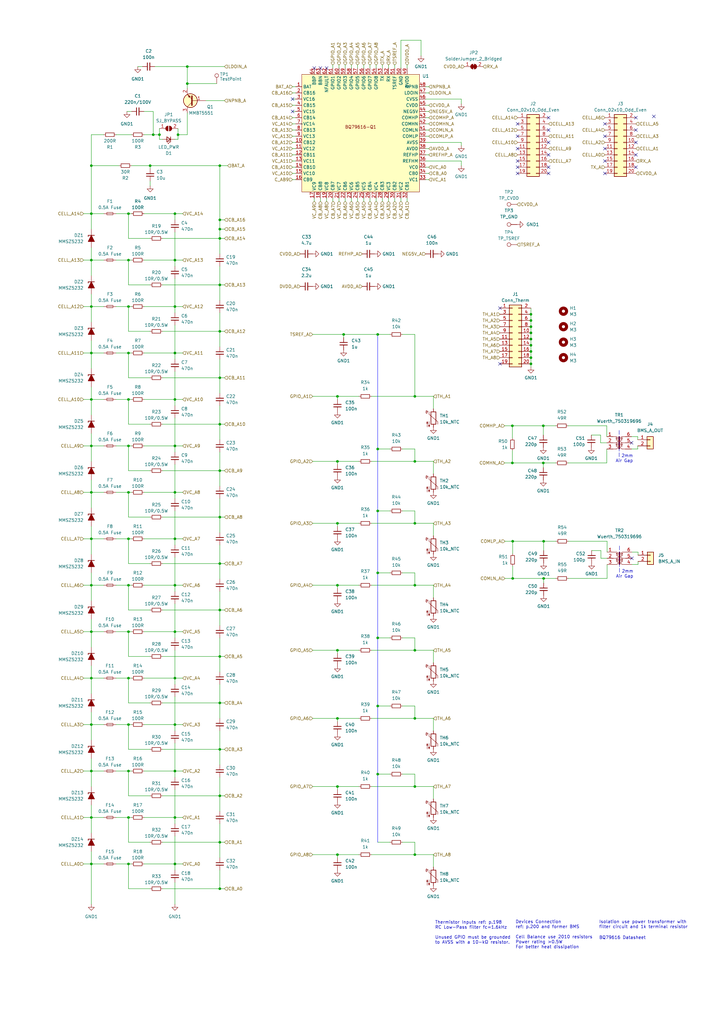
<source format=kicad_sch>
(kicad_sch (version 20230121) (generator eeschema)
  (paper "A3" portrait)
  (title_block (title "BQ79616 14Ch BMS") (date "2024-10-21") (rev "0.0.1") (company "NCKU Formula Racing Team"))
  (junction (at 222.885 189.865))
  (junction (at 90.17 93.98))
  (junction (at 210.312 221.996))
  (junction (at 37.465 201.93))
  (junction (at 90.17 116.84))
  (junction (at 217.805 133.985))
  (junction (at 138.43 240.03))
  (junction (at 52.705 125.73))
  (junction (at 52.705 335.28))
  (junction (at 138.43 189.23))
  (junction (at 90.17 154.94))
  (junction (at 37.465 220.98))
  (junction (at 52.705 354.33))
  (junction (at 140.97 137.16))
  (junction (at 62.865 55.245))
  (junction (at 90.17 212.09))
  (junction (at 90.17 307.34))
  (junction (at 52.705 163.83))
  (junction (at 90.17 269.24))
  (junction (at 37.465 354.33))
  (junction (at 90.17 173.99))
  (junction (at 71.755 354.33))
  (junction (at 170.18 162.56))
  (junction (at 71.755 220.98))
  (junction (at 138.43 294.64))
  (junction (at 90.17 345.44))
  (junction (at 71.755 182.88))
  (junction (at 223.012 221.996))
  (junction (at 71.755 144.78))
  (junction (at 37.465 182.88))
  (junction (at 37.465 144.78))
  (junction (at 71.755 201.93))
  (junction (at 71.755 87.63))
  (junction (at 90.17 193.04))
  (junction (at 37.465 106.68))
  (junction (at 37.465 297.18))
  (junction (at 222.885 174.625))
  (junction (at 37.465 125.73))
  (junction (at 90.17 67.945))
  (junction (at 217.805 144.145))
  (junction (at 37.465 240.03))
  (junction (at 210.185 174.625))
  (junction (at 217.805 146.685))
  (junction (at 217.805 131.445))
  (junction (at 65.405 55.245))
  (junction (at 154.94 317.5))
  (junction (at 71.755 259.08))
  (junction (at 217.805 136.525))
  (junction (at 37.465 259.08))
  (junction (at 170.18 266.7))
  (junction (at 76.835 34.29))
  (junction (at 90.17 231.14))
  (junction (at 37.465 163.83))
  (junction (at 217.805 128.905))
  (junction (at 90.17 97.79))
  (junction (at 154.94 289.56))
  (junction (at 71.755 297.18))
  (junction (at 223.012 237.236))
  (junction (at 217.805 139.065))
  (junction (at 138.43 322.58))
  (junction (at 37.465 87.63))
  (junction (at 170.18 189.23))
  (junction (at 71.755 106.68))
  (junction (at 37.465 67.945))
  (junction (at 138.43 162.56))
  (junction (at 154.94 261.62))
  (junction (at 71.755 125.73))
  (junction (at 73.025 55.245))
  (junction (at 90.17 326.39))
  (junction (at 61.595 67.945))
  (junction (at 170.18 214.63))
  (junction (at 71.755 240.03))
  (junction (at 52.705 182.88))
  (junction (at 52.705 240.03))
  (junction (at 170.18 240.03))
  (junction (at 90.17 364.49))
  (junction (at 52.705 297.18))
  (junction (at 154.94 209.55))
  (junction (at 52.705 316.23))
  (junction (at 90.17 250.19))
  (junction (at 71.755 163.83))
  (junction (at 52.705 278.13))
  (junction (at 138.43 266.7))
  (junction (at 217.805 149.225))
  (junction (at 37.465 278.13))
  (junction (at 210.312 237.236))
  (junction (at 138.43 350.52))
  (junction (at 210.185 189.865))
  (junction (at 52.705 220.98))
  (junction (at 71.755 335.28))
  (junction (at 217.805 141.605))
  (junction (at 90.17 135.89))
  (junction (at 37.465 316.23))
  (junction (at 170.18 294.64))
  (junction (at 52.705 201.93))
  (junction (at 90.17 90.17))
  (junction (at 37.465 335.28))
  (junction (at 71.755 278.13))
  (junction (at 170.18 322.58))
  (junction (at 52.705 87.63))
  (junction (at 52.705 144.78))
  (junction (at 90.17 288.29))
  (junction (at 154.94 234.95))
  (junction (at 71.755 316.23))
  (junction (at 52.705 106.68))
  (junction (at 76.835 27.305))
  (junction (at 154.94 184.15))
  (junction (at 138.43 214.63))
  (junction (at 170.18 350.52))
  (junction (at 154.94 137.16))
  (junction (at 52.705 259.08))
  (no_connect (at 128.905 27.94))
  (no_connect (at 120.015 45.72))
  (no_connect (at 133.985 27.94))
  (no_connect (at 212.344 68.58))
  (no_connect (at 248.158 60.96))
  (no_connect (at 259.08 181.61))
  (no_connect (at 212.344 55.88))
  (no_connect (at 225.044 58.42))
  (no_connect (at 259.207 228.981))
  (no_connect (at 248.158 66.04))
  (no_connect (at 212.344 60.96))
  (no_connect (at 260.858 48.26))
  (no_connect (at 260.858 68.58))
  (no_connect (at 225.044 63.5))
  (no_connect (at 260.858 63.5))
  (no_connect (at 225.044 71.12))
  (no_connect (at 248.158 55.88))
  (no_connect (at 260.858 58.42))
  (no_connect (at 260.858 53.34))
  (no_connect (at 225.044 68.58))
  (no_connect (at 131.445 27.94))
  (no_connect (at 248.158 50.8))
  (no_connect (at 212.344 50.8))
  (no_connect (at 212.344 66.04))
  (no_connect (at 120.015 40.64))
  (no_connect (at 248.158 71.12))
  (no_connect (at 205.105 149.225))
  (no_connect (at 225.044 48.26))
  (no_connect (at 205.105 126.365))
  (no_connect (at 268.224 47.752))
  (no_connect (at 225.044 53.34))
  (no_connect (at 212.344 71.12))
  (wire (pts (xy 71.755 285.75) (xy 71.755 297.18)))
  (wire (pts (xy 37.465 240.03) (xy 37.465 246.38)))
  (wire (pts (xy 71.755 259.08) (xy 71.755 261.62)))
  (wire (pts (xy 47.625 220.98) (xy 52.705 220.98)))
  (wire (pts (xy 37.465 215.9) (xy 37.465 220.98)))
  (wire (pts (xy 71.755 247.65) (xy 71.755 259.08)))
  (wire (pts (xy 66.675 288.29) (xy 90.17 288.29)))
  (wire (pts (xy 61.595 67.945) (xy 61.595 69.215)))
  (wire (pts (xy 90.17 356.87) (xy 90.17 364.49)))
  (wire (pts (xy 259.08 184.15) (xy 261.62 184.15)))
  (wire (pts (xy 47.625 201.93) (xy 52.705 201.93)))
  (wire (pts (xy 210.185 189.865) (xy 222.885 189.865)))
  (wire (pts (xy 71.755 144.78) (xy 74.93 144.78)))
  (wire (pts (xy 207.137 221.996) (xy 210.312 221.996)))
  (wire (pts (xy 223.012 239.141) (xy 223.012 237.236)))
  (wire (pts (xy 71.755 201.93) (xy 71.755 204.47)))
  (wire (pts (xy 52.07 45.72) (xy 53.975 45.72)))
  (wire (pts (xy 120.015 45.72) (xy 121.285 45.72)))
  (wire (pts (xy 52.705 288.29) (xy 61.595 288.29)))
  (wire (pts (xy 34.29 335.28) (xy 37.465 335.28)))
  (wire (pts (xy 154.94 317.5) (xy 160.02 317.5)))
  (wire (pts (xy 47.625 182.88) (xy 52.705 182.88)))
  (wire (pts (xy 90.17 93.98) (xy 92.075 93.98)))
  (wire (pts (xy 136.525 81.28) (xy 136.525 82.55)))
  (wire (pts (xy 71.755 57.15) (xy 73.025 57.15)))
  (wire (pts (xy 71.755 220.98) (xy 74.93 220.98)))
  (wire (pts (xy 90.17 109.22) (xy 90.17 116.84)))
  (wire (pts (xy 170.18 162.56) (xy 177.8 162.56)))
  (wire (pts (xy 90.17 67.945) (xy 90.17 90.17)))
  (wire (pts (xy 59.055 335.28) (xy 71.755 335.28)))
  (wire (pts (xy 71.755 201.93) (xy 74.93 201.93)))
  (wire (pts (xy 222.885 178.435) (xy 222.885 174.625)))
  (wire (pts (xy 128.27 137.16) (xy 140.97 137.16)))
  (wire (pts (xy 71.755 297.18) (xy 74.93 297.18)))
  (wire (pts (xy 71.755 335.28) (xy 71.755 337.82)))
  (wire (pts (xy 71.755 133.35) (xy 71.755 144.78)))
  (wire (pts (xy 174.625 68.58) (xy 175.895 68.58)))
  (wire (pts (xy 128.27 294.64) (xy 138.43 294.64)))
  (wire (pts (xy 152.4 189.23) (xy 170.18 189.23)))
  (wire (pts (xy 164.465 16.51) (xy 172.72 16.51)))
  (wire (pts (xy 76.835 27.305) (xy 92.075 27.305)))
  (wire (pts (xy 71.755 278.13) (xy 74.93 278.13)))
  (wire (pts (xy 120.015 40.64) (xy 121.285 40.64)))
  (wire (pts (xy 174.625 55.88) (xy 175.895 55.88)))
  (wire (pts (xy 71.755 278.13) (xy 71.755 280.67)))
  (wire (pts (xy 177.8 294.64) (xy 177.8 299.72)))
  (wire (pts (xy 37.465 67.945) (xy 37.465 87.63)))
  (wire (pts (xy 249.047 231.521) (xy 249.047 237.236)))
  (wire (pts (xy 52.705 307.34) (xy 61.595 307.34)))
  (wire (pts (xy 146.685 26.67) (xy 146.685 27.94)))
  (wire (pts (xy 71.755 87.63) (xy 74.93 87.63)))
  (wire (pts (xy 76.835 34.29) (xy 88.9 34.29)))
  (wire (pts (xy 71.755 182.88) (xy 71.755 185.42)))
  (wire (pts (xy 52.705 97.79) (xy 61.595 97.79)))
  (wire (pts (xy 174.625 35.56) (xy 175.895 35.56)))
  (wire (pts (xy 71.755 297.18) (xy 71.755 299.72)))
  (wire (pts (xy 47.625 125.73) (xy 52.705 125.73)))
  (wire (pts (xy 144.145 26.67) (xy 144.145 27.94)))
  (wire (pts (xy 37.465 220.98) (xy 37.465 227.33)))
  (wire (pts (xy 47.625 259.08) (xy 52.705 259.08)))
  (wire (pts (xy 90.17 135.89) (xy 90.17 142.24)))
  (wire (pts (xy 90.17 90.17) (xy 90.17 93.98)))
  (wire (pts (xy 52.705 144.78) (xy 53.975 144.78)))
  (wire (pts (xy 76.835 27.305) (xy 76.835 34.29)))
  (wire (pts (xy 165.1 317.5) (xy 170.18 317.5)))
  (wire (pts (xy 47.625 240.03) (xy 52.705 240.03)))
  (wire (pts (xy 52.705 297.18) (xy 53.975 297.18)))
  (wire (pts (xy 37.465 201.93) (xy 37.465 208.28)))
  (wire (pts (xy 217.805 131.445) (xy 217.805 133.985)))
  (wire (pts (xy 156.845 26.67) (xy 156.845 27.94)))
  (wire (pts (xy 59.055 354.33) (xy 71.755 354.33)))
  (wire (pts (xy 59.055 297.18) (xy 71.755 297.18)))
  (wire (pts (xy 66.675 231.14) (xy 90.17 231.14)))
  (wire (pts (xy 59.055 144.78) (xy 71.755 144.78)))
  (wire (pts (xy 52.705 335.28) (xy 53.975 335.28)))
  (wire (pts (xy 34.29 278.13) (xy 37.465 278.13)))
  (wire (pts (xy 170.18 317.5) (xy 170.18 322.58)))
  (wire (pts (xy 136.525 26.67) (xy 136.525 27.94)))
  (wire (pts (xy 140.97 137.16) (xy 140.97 138.43)))
  (wire (pts (xy 138.43 189.23) (xy 147.32 189.23)))
  (wire (pts (xy 63.5 27.305) (xy 76.835 27.305)))
  (wire (pts (xy 128.27 162.56) (xy 138.43 162.56)))
  (wire (pts (xy 210.312 221.996) (xy 210.312 227.076)))
  (wire (pts (xy 37.465 106.68) (xy 42.545 106.68)))
  (wire (pts (xy 59.055 106.68) (xy 71.755 106.68)))
  (wire (pts (xy 170.18 184.15) (xy 170.18 189.23)))
  (wire (pts (xy 52.705 231.14) (xy 52.705 220.98)))
  (wire (pts (xy 52.705 269.24) (xy 61.595 269.24)))
  (wire (pts (xy 120.015 53.34) (xy 121.285 53.34)))
  (wire (pts (xy 52.705 212.09) (xy 52.705 201.93)))
  (wire (pts (xy 167.005 26.67) (xy 167.005 27.94)))
  (wire (pts (xy 154.94 289.56) (xy 160.02 289.56)))
  (wire (pts (xy 52.705 250.19) (xy 61.595 250.19)))
  (wire (pts (xy 74.93 182.88) (xy 71.755 182.88)))
  (wire (pts (xy 52.705 364.49) (xy 52.705 354.33)))
  (wire (pts (xy 37.465 311.15) (xy 37.465 316.23)))
  (wire (pts (xy 52.705 345.44) (xy 52.705 335.28)))
  (wire (pts (xy 66.675 173.99) (xy 90.17 173.99)))
  (wire (pts (xy 52.705 250.19) (xy 52.705 240.03)))
  (wire (pts (xy 90.17 231.14) (xy 90.17 237.49)))
  (wire (pts (xy 61.595 74.295) (xy 61.595 76.2)))
  (wire (pts (xy 52.705 125.73) (xy 53.975 125.73)))
  (wire (pts (xy 71.755 240.03) (xy 74.93 240.03)))
  (wire (pts (xy 66.675 326.39) (xy 90.17 326.39)))
  (wire (pts (xy 154.94 261.62) (xy 154.94 289.56)) (stroke (width 0) (color 0 0 255 0.98)))
  (wire (pts (xy 76.835 34.29) (xy 76.835 36.195)))
  (wire (pts (xy 71.755 228.6) (xy 71.755 240.03)))
  (wire (pts (xy 47.625 278.13) (xy 52.705 278.13)))
  (wire (pts (xy 37.465 182.88) (xy 37.465 189.23)))
  (wire (pts (xy 71.755 323.85) (xy 71.755 335.28)))
  (wire (pts (xy 144.145 81.28) (xy 144.145 82.55)))
  (wire (pts (xy 207.01 174.625) (xy 210.185 174.625)))
  (wire (pts (xy 138.43 322.58) (xy 138.43 323.85)))
  (wire (pts (xy 138.43 294.64) (xy 138.43 295.91)))
  (wire (pts (xy 37.465 106.68) (xy 37.465 113.03)))
  (wire (pts (xy 189.23 40.64) (xy 174.625 40.64)))
  (wire (pts (xy 177.8 322.58) (xy 177.8 327.66)))
  (wire (pts (xy 71.755 259.08) (xy 74.93 259.08)))
  (wire (pts (xy 65.405 52.705) (xy 65.405 55.245)))
  (wire (pts (xy 174.625 50.8) (xy 175.895 50.8)))
  (wire (pts (xy 71.755 354.33) (xy 74.93 354.33)))
  (wire (pts (xy 71.755 220.98) (xy 71.755 223.52)))
  (wire (pts (xy 90.17 147.32) (xy 90.17 154.94)))
  (wire (pts (xy 138.43 240.03) (xy 138.43 241.3)))
  (wire (pts (xy 71.755 316.23) (xy 71.755 318.77)))
  (wire (pts (xy 120.015 50.8) (xy 121.285 50.8)))
  (wire (pts (xy 189.23 40.64) (xy 189.23 42.545)))
  (wire (pts (xy 52.705 364.49) (xy 61.595 364.49)))
  (wire (pts (xy 177.8 350.52) (xy 177.8 355.6)))
  (wire (pts (xy 223.012 221.996) (xy 228.092 221.996)))
  (wire (pts (xy 59.055 316.23) (xy 71.755 316.23)))
  (wire (pts (xy 73.025 57.15) (xy 73.025 55.245)))
  (wire (pts (xy 207.01 189.865) (xy 210.185 189.865)))
  (wire (pts (xy 138.43 266.7) (xy 138.43 267.97)))
  (wire (pts (xy 71.755 125.73) (xy 74.93 125.73)))
  (wire (pts (xy 34.29 144.78) (xy 37.465 144.78)))
  (wire (pts (xy 52.705 288.29) (xy 52.705 278.13)))
  (wire (pts (xy 128.27 240.03) (xy 138.43 240.03)))
  (wire (pts (xy 90.17 269.24) (xy 90.17 275.59)))
  (wire (pts (xy 170.18 294.64) (xy 177.8 294.64)))
  (wire (pts (xy 217.805 133.985) (xy 217.805 136.525)))
  (wire (pts (xy 210.185 174.625) (xy 210.185 179.705)))
  (wire (pts (xy 138.43 189.23) (xy 138.43 190.5)))
  (wire (pts (xy 170.18 345.44) (xy 170.18 350.52)))
  (wire (pts (xy 90.17 250.19) (xy 90.17 256.54)))
  (wire (pts (xy 37.465 120.65) (xy 37.465 125.73)))
  (wire (pts (xy 259.207 226.441) (xy 261.747 226.441)))
  (wire (pts (xy 175.895 43.18) (xy 174.625 43.18)))
  (wire (pts (xy 90.17 212.09) (xy 92.075 212.09)))
  (wire (pts (xy 159.385 26.67) (xy 159.385 27.94)))
  (wire (pts (xy 34.29 240.03) (xy 37.465 240.03)))
  (wire (pts (xy 128.27 266.7) (xy 138.43 266.7)))
  (wire (pts (xy 154.94 345.44) (xy 160.02 345.44)))
  (wire (pts (xy 52.705 259.08) (xy 53.975 259.08)))
  (wire (pts (xy 174.625 48.26) (xy 175.895 48.26)))
  (wire (pts (xy 164.465 16.51) (xy 164.465 27.94)))
  (wire (pts (xy 37.465 297.18) (xy 37.465 303.53)))
  (wire (pts (xy 120.015 66.04) (xy 121.285 66.04)))
  (wire (pts (xy 249.047 237.236) (xy 233.172 237.236)))
  (wire (pts (xy 66.675 212.09) (xy 90.17 212.09)))
  (polyline (pts (xy 254.127 223.901) (xy 254.127 234.696)) (stroke (width 0) (type dash)))
  (wire (pts (xy 90.17 269.24) (xy 92.075 269.24)))
  (wire (pts (xy 154.94 184.15) (xy 154.94 209.55)) (stroke (width 0) (color 0 0 255 0.98)))
  (wire (pts (xy 53.975 67.945) (xy 61.595 67.945)))
  (wire (pts (xy 37.465 125.73) (xy 37.465 132.08)))
  (wire (pts (xy 133.985 81.28) (xy 133.985 82.55)))
  (wire (pts (xy 248.92 181.61) (xy 246.38 181.61)))
  (wire (pts (xy 170.18 137.16) (xy 170.18 162.56)))
  (wire (pts (xy 165.1 137.16) (xy 170.18 137.16)))
  (wire (pts (xy 152.4 322.58) (xy 170.18 322.58)))
  (wire (pts (xy 47.625 354.33) (xy 52.705 354.33)))
  (wire (pts (xy 37.465 354.33) (xy 42.545 354.33)))
  (wire (pts (xy 152.4 294.64) (xy 170.18 294.64)))
  (wire (pts (xy 210.312 237.236) (xy 223.012 237.236)))
  (wire (pts (xy 37.465 259.08) (xy 37.465 265.43)))
  (wire (pts (xy 170.18 350.52) (xy 177.8 350.52)))
  (wire (pts (xy 90.17 242.57) (xy 90.17 250.19)))
  (wire (pts (xy 37.465 55.245) (xy 37.465 67.945)))
  (wire (pts (xy 71.755 163.83) (xy 74.93 163.83)))
  (wire (pts (xy 161.925 81.28) (xy 161.925 82.55)))
  (wire (pts (xy 52.705 193.04) (xy 61.595 193.04)))
  (wire (pts (xy 66.675 364.49) (xy 90.17 364.49)))
  (wire (pts (xy 154.94 137.16) (xy 160.02 137.16)))
  (wire (pts (xy 47.625 297.18) (xy 52.705 297.18)))
  (wire (pts (xy 138.43 214.63) (xy 147.32 214.63)))
  (wire (pts (xy 170.18 234.95) (xy 170.18 240.03)))
  (wire (pts (xy 90.17 318.77) (xy 90.17 326.39)))
  (wire (pts (xy 139.065 81.28) (xy 139.065 82.55)))
  (wire (pts (xy 37.465 67.945) (xy 48.895 67.945)))
  (wire (pts (xy 140.97 137.16) (xy 154.94 137.16)))
  (wire (pts (xy 58.42 27.305) (xy 56.515 27.305)))
  (wire (pts (xy 90.17 299.72) (xy 90.17 307.34)))
  (wire (pts (xy 34.29 163.83) (xy 37.465 163.83)))
  (wire (pts (xy 37.465 101.6) (xy 37.465 106.68)))
  (wire (pts (xy 152.4 162.56) (xy 170.18 162.56)))
  (wire (pts (xy 223.012 225.806) (xy 223.012 221.996)))
  (wire (pts (xy 154.94 234.95) (xy 160.02 234.95)))
  (wire (pts (xy 90.17 337.82) (xy 90.17 345.44)))
  (wire (pts (xy 71.755 152.4) (xy 71.755 163.83)))
  (wire (pts (xy 233.045 174.625) (xy 248.92 174.625)))
  (wire (pts (xy 217.805 139.065) (xy 217.805 141.605)))
  (wire (pts (xy 165.1 234.95) (xy 170.18 234.95)))
  (wire (pts (xy 37.465 316.23) (xy 42.545 316.23)))
  (wire (pts (xy 165.1 261.62) (xy 170.18 261.62)))
  (wire (pts (xy 138.43 162.56) (xy 138.43 163.83)))
  (wire (pts (xy 177.8 214.63) (xy 177.8 219.71)))
  (wire (pts (xy 217.805 126.365) (xy 217.805 128.905)))
  (wire (pts (xy 170.18 289.56) (xy 170.18 294.64)))
  (wire (pts (xy 90.17 193.04) (xy 90.17 199.39)))
  (wire (pts (xy 52.705 220.98) (xy 53.975 220.98)))
  (wire (pts (xy 52.705 316.23) (xy 53.975 316.23)))
  (wire (pts (xy 52.705 278.13) (xy 53.975 278.13)))
  (wire (pts (xy 120.015 60.96) (xy 121.285 60.96)))
  (wire (pts (xy 246.507 225.806) (xy 242.697 225.806)))
  (wire (pts (xy 52.705 212.09) (xy 61.595 212.09)))
  (wire (pts (xy 207.137 237.236) (xy 210.312 237.236)))
  (wire (pts (xy 154.94 184.15) (xy 160.02 184.15)))
  (wire (pts (xy 37.465 196.85) (xy 37.465 201.93)))
  (wire (pts (xy 152.4 350.52) (xy 170.18 350.52)))
  (wire (pts (xy 151.765 81.28) (xy 151.765 82.55)))
  (wire (pts (xy 177.8 162.56) (xy 177.8 167.64)))
  (wire (pts (xy 175.895 45.72) (xy 174.625 45.72)))
  (wire (pts (xy 223.012 237.236) (xy 228.092 237.236)))
  (wire (pts (xy 90.17 345.44) (xy 92.075 345.44)))
  (wire (pts (xy 59.055 125.73) (xy 71.755 125.73)))
  (wire (pts (xy 52.705 154.94) (xy 61.595 154.94)))
  (wire (pts (xy 189.23 66.04) (xy 189.23 67.945)))
  (wire (pts (xy 233.172 221.996) (xy 249.047 221.996)))
  (wire (pts (xy 47.625 163.83) (xy 52.705 163.83)))
  (wire (pts (xy 146.685 81.28) (xy 146.685 82.55)))
  (wire (pts (xy 261.747 226.441) (xy 261.747 227.711)))
  (wire (pts (xy 174.625 53.34) (xy 175.895 53.34)))
  (wire (pts (xy 52.705 354.33) (xy 53.975 354.33)))
  (wire (pts (xy 59.055 278.13) (xy 71.755 278.13)))
  (wire (pts (xy 37.465 259.08) (xy 42.545 259.08)))
  (wire (pts (xy 90.17 326.39) (xy 90.17 332.74)))
  (wire (pts (xy 59.055 182.88) (xy 71.755 182.88)))
  (wire (pts (xy 37.465 354.33) (xy 37.465 370.84)))
  (wire (pts (xy 120.015 35.56) (xy 121.285 35.56)))
  (wire (pts (xy 37.465 330.2) (xy 37.465 335.28)))
  (wire (pts (xy 66.675 57.15) (xy 65.405 57.15)))
  (wire (pts (xy 52.705 97.79) (xy 52.705 87.63)))
  (wire (pts (xy 90.17 128.27) (xy 90.17 135.89)))
  (wire (pts (xy 71.755 266.7) (xy 71.755 278.13)))
  (wire (pts (xy 128.27 214.63) (xy 138.43 214.63)))
  (wire (pts (xy 34.29 87.63) (xy 37.465 87.63)))
  (wire (pts (xy 52.705 173.99) (xy 61.595 173.99)))
  (wire (pts (xy 34.29 297.18) (xy 37.465 297.18)))
  (wire (pts (xy 90.17 154.94) (xy 92.075 154.94)))
  (wire (pts (xy 34.29 201.93) (xy 37.465 201.93)))
  (wire (pts (xy 138.43 350.52) (xy 138.43 351.79)))
  (wire (pts (xy 37.465 234.95) (xy 37.465 240.03)))
  (wire (pts (xy 59.055 55.245) (xy 62.865 55.245)))
  (wire (pts (xy 246.38 178.435) (xy 242.57 178.435)))
  (wire (pts (xy 90.17 93.98) (xy 90.17 97.79)))
  (wire (pts (xy 152.4 214.63) (xy 170.18 214.63)))
  (wire (pts (xy 165.1 345.44) (xy 170.18 345.44)))
  (wire (pts (xy 76.835 55.245) (xy 76.835 46.355)))
  (wire (pts (xy 90.17 212.09) (xy 90.17 218.44)))
  (wire (pts (xy 52.705 135.89) (xy 61.595 135.89)))
  (polyline (pts (xy 254 176.53) (xy 254 187.325)) (stroke (width 0) (type dash)))
  (wire (pts (xy 167.005 81.28) (xy 167.005 82.55)))
  (wire (pts (xy 37.465 139.7) (xy 37.465 144.78)))
  (wire (pts (xy 177.8 240.03) (xy 177.8 245.11)))
  (wire (pts (xy 165.1 184.15) (xy 170.18 184.15)))
  (wire (pts (xy 90.17 250.19) (xy 92.075 250.19)))
  (wire (pts (xy 37.465 349.25) (xy 37.465 354.33)))
  (wire (pts (xy 90.17 154.94) (xy 90.17 161.29)))
  (wire (pts (xy 37.465 316.23) (xy 37.465 322.58)))
  (wire (pts (xy 37.465 297.18) (xy 42.545 297.18)))
  (wire (pts (xy 71.755 335.28) (xy 74.93 335.28)))
  (wire (pts (xy 71.755 304.8) (xy 71.755 316.23)))
  (wire (pts (xy 154.94 289.56) (xy 154.94 317.5)) (stroke (width 0) (color 0 0 255 0.98)))
  (wire (pts (xy 66.675 135.89) (xy 90.17 135.89)))
  (wire (pts (xy 52.705 307.34) (xy 52.705 297.18)))
  (wire (pts (xy 161.925 26.67) (xy 161.925 27.94)))
  (wire (pts (xy 66.675 154.94) (xy 90.17 154.94)))
  (wire (pts (xy 71.755 114.3) (xy 71.755 125.73)))
  (wire (pts (xy 66.675 269.24) (xy 90.17 269.24)))
  (wire (pts (xy 52.705 87.63) (xy 53.975 87.63)))
  (wire (pts (xy 141.605 81.28) (xy 141.605 82.55)))
  (wire (pts (xy 37.465 177.8) (xy 37.465 182.88)))
  (wire (pts (xy 248.92 184.15) (xy 248.92 189.865)))
  (wire (pts (xy 174.625 63.5) (xy 175.895 63.5)))
  (wire (pts (xy 174.625 71.12) (xy 175.895 71.12)))
  (wire (pts (xy 71.755 144.78) (xy 71.755 147.32)))
  (wire (pts (xy 120.015 68.58) (xy 121.285 68.58)))
  (wire (pts (xy 152.4 240.03) (xy 170.18 240.03)))
  (wire (pts (xy 165.1 209.55) (xy 170.18 209.55)))
  (wire (pts (xy 37.465 335.28) (xy 42.545 335.28)))
  (wire (pts (xy 165.1 289.56) (xy 170.18 289.56)))
  (wire (pts (xy 84.455 41.275) (xy 92.075 41.275)))
  (wire (pts (xy 222.885 174.625) (xy 210.185 174.625)))
  (wire (pts (xy 138.43 214.63) (xy 138.43 215.9)))
  (wire (pts (xy 156.845 81.28) (xy 156.845 82.55)))
  (wire (pts (xy 59.055 240.03) (xy 71.755 240.03)))
  (wire (pts (xy 189.23 58.42) (xy 189.23 59.69)))
  (wire (pts (xy 120.015 48.26) (xy 121.285 48.26)))
  (wire (pts (xy 66.675 307.34) (xy 90.17 307.34)))
  (wire (pts (xy 222.885 174.625) (xy 227.965 174.625)))
  (wire (pts (xy 37.465 273.05) (xy 37.465 278.13)))
  (wire (pts (xy 34.29 182.88) (xy 37.465 182.88)))
  (wire (pts (xy 210.312 232.156) (xy 210.312 237.236)))
  (wire (pts (xy 90.17 173.99) (xy 90.17 180.34)))
  (wire (pts (xy 210.185 184.785) (xy 210.185 189.865)))
  (wire (pts (xy 47.625 87.63) (xy 52.705 87.63)))
  (wire (pts (xy 249.047 221.996) (xy 249.047 226.441)))
  (wire (pts (xy 90.17 116.84) (xy 90.17 123.19)))
  (wire (pts (xy 34.29 354.33) (xy 37.465 354.33)))
  (wire (pts (xy 52.705 326.39) (xy 52.705 316.23)))
  (wire (pts (xy 141.605 26.67) (xy 141.605 27.94)))
  (wire (pts (xy 128.27 350.52) (xy 138.43 350.52)))
  (wire (pts (xy 66.675 193.04) (xy 90.17 193.04)))
  (wire (pts (xy 90.17 116.84) (xy 92.075 116.84)))
  (wire (pts (xy 222.885 189.865) (xy 227.965 189.865)))
  (wire (pts (xy 71.755 90.17) (xy 71.755 87.63)))
  (wire (pts (xy 120.015 58.42) (xy 121.285 58.42)))
  (wire (pts (xy 47.625 106.68) (xy 52.705 106.68)))
  (wire (pts (xy 37.465 87.63) (xy 37.465 93.98)))
  (wire (pts (xy 34.29 220.98) (xy 37.465 220.98)))
  (wire (pts (xy 52.705 182.88) (xy 53.975 182.88)))
  (wire (pts (xy 37.465 55.245) (xy 42.545 55.245)))
  (wire (pts (xy 90.17 166.37) (xy 90.17 173.99)))
  (wire (pts (xy 37.465 163.83) (xy 37.465 170.18)))
  (wire (pts (xy 59.055 163.83) (xy 71.755 163.83)))
  (wire (pts (xy 37.465 254) (xy 37.465 259.08)))
  (wire (pts (xy 138.43 350.52) (xy 147.32 350.52)))
  (wire (pts (xy 154.94 261.62) (xy 160.02 261.62)))
  (wire (pts (xy 62.865 45.72) (xy 62.865 55.245)))
  (wire (pts (xy 90.17 97.79) (xy 90.17 104.14)))
  (wire (pts (xy 120.015 63.5) (xy 121.285 63.5)))
  (wire (pts (xy 246.507 228.981) (xy 246.507 225.806)))
  (wire (pts (xy 61.595 67.945) (xy 90.17 67.945)))
  (wire (pts (xy 52.705 269.24) (xy 52.705 259.08)))
  (wire (pts (xy 71.755 209.55) (xy 71.755 220.98)))
  (wire (pts (xy 149.225 26.67) (xy 149.225 27.94)))
  (wire (pts (xy 170.18 322.58) (xy 177.8 322.58)))
  (wire (pts (xy 71.755 106.68) (xy 74.93 106.68)))
  (wire (pts (xy 37.465 278.13) (xy 42.545 278.13)))
  (wire (pts (xy 71.755 106.68) (xy 71.755 109.22)))
  (wire (pts (xy 223.012 221.996) (xy 210.312 221.996)))
  (wire (pts (xy 37.465 220.98) (xy 42.545 220.98)))
  (wire (pts (xy 52.705 345.44) (xy 61.595 345.44)))
  (wire (pts (xy 52.705 106.68) (xy 53.975 106.68)))
  (wire (pts (xy 90.17 345.44) (xy 90.17 351.79)))
  (wire (pts (xy 52.705 240.03) (xy 53.975 240.03)))
  (wire (pts (xy 37.465 182.88) (xy 42.545 182.88)))
  (wire (pts (xy 170.18 209.55) (xy 170.18 214.63)))
  (wire (pts (xy 47.625 55.245) (xy 53.975 55.245)))
  (wire (pts (xy 261.62 182.88) (xy 261.62 184.15)))
  (wire (pts (xy 90.17 280.67) (xy 90.17 288.29)))
  (wire (pts (xy 217.805 146.685) (xy 217.805 149.225)))
  (wire (pts (xy 65.405 57.15) (xy 65.405 55.245)))
  (wire (pts (xy 170.18 266.7) (xy 177.8 266.7)))
  (wire (pts (xy 154.94 137.16) (xy 154.94 184.15)) (stroke (width 0) (color 0 0 255 0.98)))
  (wire (pts (xy 71.755 361.95) (xy 71.755 370.84)))
  (wire (pts (xy 52.705 135.89) (xy 52.705 125.73)))
  (wire (pts (xy 172.72 16.51) (xy 172.72 22.86)))
  (wire (pts (xy 174.625 58.42) (xy 189.23 58.42)))
  (wire (pts (xy 139.065 26.67) (xy 139.065 27.94)))
  (wire (pts (xy 120.015 73.66) (xy 121.285 73.66)))
  (wire (pts (xy 170.18 214.63) (xy 177.8 214.63)))
  (wire (pts (xy 261.747 230.251) (xy 261.747 231.521)))
  (wire (pts (xy 90.17 193.04) (xy 92.075 193.04)))
  (wire (pts (xy 73.025 55.245) (xy 73.025 52.705)))
  (wire (pts (xy 217.805 128.905) (xy 217.805 131.445)))
  (wire (pts (xy 59.055 259.08) (xy 71.755 259.08)))
  (wire (pts (xy 34.29 316.23) (xy 37.465 316.23)))
  (wire (pts (xy 71.755 190.5) (xy 71.755 201.93)))
  (wire (pts (xy 90.17 288.29) (xy 90.17 294.64)))
  (wire (pts (xy 120.015 55.88) (xy 121.285 55.88)))
  (wire (pts (xy 217.805 149.225) (xy 217.805 150.495)))
  (wire (pts (xy 37.465 335.28) (xy 37.465 341.63)))
  (wire (pts (xy 120.015 38.1) (xy 121.285 38.1)))
  (wire (pts (xy 90.17 307.34) (xy 90.17 313.69)))
  (wire (pts (xy 66.675 97.79) (xy 90.17 97.79)))
  (wire (pts (xy 154.94 234.95) (xy 154.94 261.62)) (stroke (width 0) (color 0 0 255 0.98)))
  (wire (pts (xy 90.17 185.42) (xy 90.17 193.04)))
  (wire (pts (xy 149.225 81.28) (xy 149.225 82.55)))
  (wire (pts (xy 52.705 201.93) (xy 53.975 201.93)))
  (wire (pts (xy 37.465 125.73) (xy 42.545 125.73)))
  (wire (pts (xy 138.43 294.64) (xy 147.32 294.64)))
  (wire (pts (xy 59.055 45.72) (xy 62.865 45.72)))
  (wire (pts (xy 52.705 193.04) (xy 52.705 182.88)))
  (wire (pts (xy 90.17 204.47) (xy 90.17 212.09)))
  (wire (pts (xy 175.895 60.96) (xy 174.625 60.96)))
  (wire (pts (xy 37.465 144.78) (xy 42.545 144.78)))
  (wire (pts (xy 90.17 364.49) (xy 92.075 364.49)))
  (wire (pts (xy 248.92 174.625) (xy 248.92 179.07)))
  (wire (pts (xy 90.17 223.52) (xy 90.17 231.14)))
  (wire (pts (xy 120.015 71.12) (xy 121.285 71.12)))
  (wire (pts (xy 66.675 116.84) (xy 90.17 116.84)))
  (wire (pts (xy 259.207 231.521) (xy 261.747 231.521)))
  (wire (pts (xy 90.17 261.62) (xy 90.17 269.24)))
  (wire (pts (xy 37.465 87.63) (xy 42.545 87.63)))
  (wire (pts (xy 52.705 116.84) (xy 61.595 116.84)))
  (wire (pts (xy 170.18 189.23) (xy 177.8 189.23)))
  (wire (pts (xy 90.17 288.29) (xy 92.075 288.29)))
  (wire (pts (xy 90.17 173.99) (xy 92.075 173.99)))
  (wire (pts (xy 65.405 55.245) (xy 62.865 55.245)))
  (wire (pts (xy 128.27 322.58) (xy 138.43 322.58)))
  (wire (pts (xy 138.43 162.56) (xy 147.32 162.56)))
  (wire (pts (xy 170.18 261.62) (xy 170.18 266.7)))
  (wire (pts (xy 90.17 307.34) (xy 92.075 307.34)))
  (wire (pts (xy 66.675 345.44) (xy 90.17 345.44)))
  (wire (pts (xy 152.4 266.7) (xy 170.18 266.7)))
  (wire (pts (xy 217.805 136.525) (xy 217.805 139.065)))
  (wire (pts (xy 131.445 81.28) (xy 131.445 82.55)))
  (wire (pts (xy 37.465 292.1) (xy 37.465 297.18)))
  (wire (pts (xy 154.305 26.67) (xy 154.305 27.94)))
  (wire (pts (xy 164.465 81.28) (xy 164.465 82.55)))
  (wire (pts (xy 217.805 141.605) (xy 217.805 144.145)))
  (wire (pts (xy 90.17 135.89) (xy 92.075 135.89)))
  (wire (pts (xy 34.29 106.68) (xy 37.465 106.68)))
  (wire (pts (xy 170.18 240.03) (xy 177.8 240.03)))
  (wire (pts (xy 259.08 179.07) (xy 261.62 179.07)))
  (wire (pts (xy 59.055 220.98) (xy 71.755 220.98)))
  (wire (pts (xy 138.43 322.58) (xy 147.32 322.58)))
  (wire (pts (xy 34.29 125.73) (xy 37.465 125.73)))
  (wire (pts (xy 71.755 171.45) (xy 71.755 182.88)))
  (wire (pts (xy 90.17 231.14) (xy 92.075 231.14)))
  (wire (pts (xy 177.8 189.23) (xy 177.8 194.31)))
  (wire (pts (xy 66.675 250.19) (xy 90.17 250.19)))
  (wire (pts (xy 37.465 158.75) (xy 37.465 163.83)))
  (wire (pts (xy 52.705 173.99) (xy 52.705 163.83)))
  (wire (pts (xy 249.047 228.981) (xy 246.507 228.981)))
  (wire (pts (xy 154.94 209.55) (xy 154.94 234.95)) (stroke (width 0) (color 0 0 255 0.98)))
  (wire (pts (xy 248.92 189.865) (xy 233.045 189.865)))
  (wire (pts (xy 52.705 154.94) (xy 52.705 144.78)))
  (wire (pts (xy 128.27 189.23) (xy 138.43 189.23)))
  (wire (pts (xy 261.62 179.07) (xy 261.62 180.34)))
  (wire (pts (xy 128.905 81.28) (xy 128.905 82.55)))
  (wire (pts (xy 90.17 67.945) (xy 93.345 67.945)))
  (wire (pts (xy 90.17 97.79) (xy 92.075 97.79)))
  (wire (pts (xy 37.465 163.83) (xy 42.545 163.83)))
  (wire (pts (xy 52.705 326.39) (xy 61.595 326.39)))
  (wire (pts (xy 154.94 209.55) (xy 160.02 209.55)))
  (wire (pts (xy 37.465 144.78) (xy 37.465 151.13)))
  (wire (pts (xy 120.015 43.18) (xy 121.285 43.18)))
  (wire (pts (xy 151.765 26.67) (xy 151.765 27.94)))
  (wire (pts (xy 47.625 316.23) (xy 52.705 316.23)))
  (wire (pts (xy 71.755 354.33) (xy 71.755 356.87)))
  (wire (pts (xy 73.025 55.245) (xy 76.835 55.245)))
  (wire (pts (xy 138.43 266.7) (xy 147.32 266.7)))
  (wire (pts (xy 138.43 240.03) (xy 147.32 240.03)))
  (wire (pts (xy 47.625 144.78) (xy 52.705 144.78)))
  (wire (pts (xy 37.465 278.13) (xy 37.465 284.48)))
  (wire (pts (xy 52.705 231.14) (xy 61.595 231.14)))
  (wire (pts (xy 174.625 38.1) (xy 175.895 38.1)))
  (wire (pts (xy 174.625 66.04) (xy 189.23 66.04)))
  (wire (pts (xy 90.17 326.39) (xy 92.075 326.39)))
  (wire (pts (xy 71.755 95.25) (xy 71.755 106.68)))
  (wire (pts (xy 34.29 259.08) (xy 37.465 259.08)))
  (wire (pts (xy 52.705 116.84) (xy 52.705 106.68)))
  (wire (pts (xy 37.465 240.03) (xy 42.545 240.03)))
  (wire (pts (xy 217.805 144.145) (xy 217.805 146.685)))
  (wire (pts (xy 71.755 125.73) (xy 71.755 128.27)))
  (wire (pts (xy 154.94 317.5) (xy 154.94 345.44)) (stroke (width 0) (color 0 0 255 0.98)))
  (wire (pts (xy 37.465 201.93) (xy 42.545 201.93)))
  (wire (pts (xy 59.055 87.63) (xy 71.755 87.63)))
  (wire (pts (xy 47.625 335.28) (xy 52.705 335.28)))
  (wire (pts (xy 52.705 163.83) (xy 53.975 163.83)))
  (wire (pts (xy 90.17 90.17) (xy 92.075 90.17)))
  (wire (pts (xy 71.755 240.03) (xy 71.755 242.57)))
  (wire (pts (xy 154.305 81.28) (xy 154.305 82.55)))
  (wire (pts (xy 174.625 73.66) (xy 175.895 73.66)))
  (wire (pts (xy 159.385 81.28) (xy 159.385 82.55)))
  (wire (pts (xy 177.8 266.7) (xy 177.8 271.78)))
  (wire (pts (xy 222.885 191.77) (xy 222.885 189.865)))
  (wire (pts (xy 71.755 342.9) (xy 71.755 354.33)))
  (wire (pts (xy 71.755 316.23) (xy 74.93 316.23)))
  (wire (pts (xy 246.38 181.61) (xy 246.38 178.435)))
  (wire (pts (xy 59.055 201.93) (xy 71.755 201.93)))
  (wire (pts (xy 71.755 163.83) (xy 71.755 166.37)))
  (text "BQ79616 Datasheet" (at 245.745 385.445 0) (effects (font (size 1.27 1.27)) (justify left bottom)))
  (text "2mm\nAir Gap" (at 259.842 237.236 0) (effects (font (size 1.27 1.27)) (justify right bottom)))
  (text "Devices Connection\nref: p.200 and former BMS" (at 211.455 381 0) (effects (font (size 1.27 1.27)) (justify left bottom)))
  (text "2mm\nAir Gap" (at 259.715 189.865 0) (effects (font (size 1.27 1.27)) (justify right bottom)))
  (text "Thermistor Inputs ref: p.198\nRC Low-Pass filter fc=1.6kHz\n \nUnused GPIO must be grounded\nto AVSS with a 10-kΩ resistor." (at 178.435 387.35 0) (effects (font (size 1.27 1.27)) (justify left bottom)))
  (text "Isolation use power transformer with\nfilter circuit and 1k terminal resistor\n" (at 245.745 381 0) (effects (font (size 1.27 1.27)) (justify left bottom)))
  (text "Cell Balance use 2010 resistors\nPower rating >0.5W\nFor better heat dissipation\n" (at 211.455 389.255 0) (effects (font (size 1.27 1.27)) (justify left bottom)))
  (hierarchical_label "CB_A2" (shape input) (at 161.925 82.55 270))
  (hierarchical_label "NEG5V_A" (shape input) (at 174.625 104.14 180))
  (hierarchical_label "GPIO_A5" (shape input) (at 146.685 26.67 90))
  (hierarchical_label "VC_A10" (shape input) (at 74.93 163.83 0))
  (hierarchical_label "NPNB_A" (shape input) (at 175.895 35.56 0))
  (hierarchical_label "CVDD_A" (shape input) (at 212.09 83.82 0))
  (hierarchical_label "CELL_A10" (shape input) (at 212.344 58.42 180))
  (hierarchical_label "LDOIN_A" (shape input) (at 175.895 38.1 0))
  (hierarchical_label "VC_A14" (shape input) (at 120.015 50.8 180))
  (hierarchical_label "GPIO_A6" (shape input) (at 149.225 26.67 90))
  (hierarchical_label "TH_A5" (shape input) (at 205.105 139.065 180))
  (hierarchical_label "VC_A14" (shape input) (at 74.93 87.63 0))
  (hierarchical_label "VC_A12" (shape input) (at 74.93 125.73 0))
  (hierarchical_label "GPIO_A6" (shape input) (at 128.27 294.64 180))
  (hierarchical_label "CELL_A14" (shape input) (at 34.29 87.63 180))
  (hierarchical_label "CB_A4" (shape input) (at 151.765 82.55 270))
  (hierarchical_label "CELL_A7" (shape input) (at 34.29 220.98 180))
  (hierarchical_label "CELL_A11" (shape input) (at 34.29 144.78 180))
  (hierarchical_label "GPIO_A8" (shape input) (at 128.27 350.52 180))
  (hierarchical_label "CELL_A7" (shape input) (at 225.044 66.04 0))
  (hierarchical_label "BAT_A" (shape input) (at 93.345 67.945 0))
  (hierarchical_label "CELL_A4" (shape input) (at 34.29 278.13 180))
  (hierarchical_label "TH_A4" (shape input) (at 205.105 136.525 180))
  (hierarchical_label "CB_A15" (shape input) (at 92.075 93.98 0))
  (hierarchical_label "TSREF_A" (shape input) (at 161.925 26.67 90))
  (hierarchical_label "TH_A7" (shape input) (at 177.8 322.58 0))
  (hierarchical_label "TSREF_A" (shape input) (at 128.27 137.16 180))
  (hierarchical_label "TH_A5" (shape input) (at 177.8 266.7 0))
  (hierarchical_label "COMLP_A" (shape input) (at 175.895 55.88 0))
  (hierarchical_label "CELL_A5" (shape input) (at 260.858 50.8 0))
  (hierarchical_label "AVDD_A" (shape input) (at 175.895 60.96 0))
  (hierarchical_label "GPIO_A7" (shape input) (at 128.27 322.58 180))
  (hierarchical_label "CELL_A9" (shape input) (at 225.044 60.96 0))
  (hierarchical_label "CB_A6" (shape input) (at 141.605 82.55 270))
  (hierarchical_label "CVDD_A" (shape input) (at 190.5 27.305 180))
  (hierarchical_label "CB_A0" (shape input) (at 175.895 71.12 0))
  (hierarchical_label "CB_A5" (shape input) (at 146.685 82.55 270))
  (hierarchical_label "VC_A9" (shape input) (at 128.905 82.55 270))
  (hierarchical_label "CELL_A0" (shape input) (at 34.29 354.33 180))
  (hierarchical_label "TH_A8" (shape input) (at 205.105 146.685 180))
  (hierarchical_label "TH_A3" (shape input) (at 205.105 133.985 180))
  (hierarchical_label "GPIO_A4" (shape input) (at 144.145 26.67 90))
  (hierarchical_label "RX_A" (shape input) (at 159.385 26.67 90))
  (hierarchical_label "CELL_A6" (shape input) (at 248.158 48.26 180))
  (hierarchical_label "CELL_A1" (shape input) (at 34.29 335.28 180))
  (hierarchical_label "VC_A2" (shape input) (at 74.93 316.23 0))
  (hierarchical_label "CELL_A11" (shape input) (at 225.044 55.88 0))
  (hierarchical_label "CB_A16" (shape input) (at 120.015 38.1 180))
  (hierarchical_label "VC_A9" (shape input) (at 74.93 182.88 0))
  (hierarchical_label "VC_A2" (shape input) (at 164.465 82.55 270))
  (hierarchical_label "VC_A1" (shape input) (at 175.895 73.66 0))
  (hierarchical_label "CB_A15" (shape input) (at 120.015 43.18 180))
  (hierarchical_label "CB_A10" (shape input) (at 120.015 68.58 180))
  (hierarchical_label "CELL_A8" (shape input) (at 34.29 201.93 180))
  (hierarchical_label "CB_A7" (shape input) (at 136.6624 82.5338 270))
  (hierarchical_label "DVDD_A" (shape input) (at 167.005 26.67 90))
  (hierarchical_label "COMHP_A" (shape input) (at 175.895 48.26 0))
  (hierarchical_label "VC_A1" (shape input) (at 74.93 335.28 0))
  (hierarchical_label "TX_A" (shape input) (at 248.158 68.58 180))
  (hierarchical_label "CB_A12" (shape input) (at 120.015 58.42 180))
  (hierarchical_label "NEG5V_A" (shape input) (at 175.895 45.72 0))
  (hierarchical_label "GPIO_A2" (shape input) (at 128.27 189.23 180))
  (hierarchical_label "COMLP_A" (shape input) (at 207.137 221.996 180))
  (hierarchical_label "TH_A7" (shape input) (at 205.105 144.145 180))
  (hierarchical_label "TH_A2" (shape input) (at 205.105 131.445 180))
  (hierarchical_label "TH_A2" (shape input) (at 177.8 189.23 0))
  (hierarchical_label "TSREF_A" (shape input) (at 212.09 100.33 0))
  (hierarchical_label "CB_A11" (shape input) (at 92.075 154.94 0))
  (hierarchical_label "REFHP_A" (shape input) (at 148.59 104.14 180))
  (hierarchical_label "VC_A6" (shape input) (at 144.145 82.55 270))
  (hierarchical_label "VC_A3" (shape input) (at 159.385 82.55 270))
  (hierarchical_label "REFHP_A" (shape input) (at 175.895 63.5 0))
  (hierarchical_label "CB_A0" (shape input) (at 92.075 364.49 0))
  (hierarchical_label "CELL_A5" (shape input) (at 34.29 259.08 180))
  (hierarchical_label "CELL_A4" (shape input) (at 248.158 53.34 180))
  (hierarchical_label "CELL_A1" (shape input) (at 260.858 60.96 0))
  (hierarchical_label "TH_A4" (shape input) (at 177.8 240.03 0))
  (hierarchical_label "TH_A1" (shape input) (at 177.8 162.56 0))
  (hierarchical_label "TH_A3" (shape input) (at 177.8 214.63 0))
  (hierarchical_label "CB_A11" (shape input) (at 120.015 63.5 180))
  (hierarchical_label "CVDD_A" (shape input) (at 260.858 71.12 0))
  (hierarchical_label "VC_A7" (shape input) (at 139.065 82.55 270))
  (hierarchical_label "CB_A12" (shape input) (at 92.075 135.89 0))
  (hierarchical_label "CELL_A3" (shape input) (at 260.858 55.88 0))
  (hierarchical_label "VC_A0" (shape input) (at 74.93 354.33 0))
  (hierarchical_label "CB_A8" (shape input) (at 131.445 82.55 270))
  (hierarchical_label "CELL_A6" (shape input) (at 34.29 240.03 180))
  (hierarchical_label "GPIO_A2" (shape input) (at 139.065 26.67 90))
  (hierarchical_label "TH_A8" (shape input) (at 177.8 350.52 0))
  (hierarchical_label "CELL_A10" (shape input) (at 34.29 163.83 180))
  (hierarchical_label "CELL_A0" (shape input) (at 248.158 63.5 180))
  (hierarchical_label "CELL_A2" (shape input) (at 34.29 316.23 180))
  (hierarchical_label "LDOIN_A" (shape input) (at 92.075 27.305 0))
  (hierarchical_label "VC_A4" (shape input) (at 74.93 278.13 0))
  (hierarchical_label "COMLN_A" (shape input) (at 175.895 53.34 0))
  (hierarchical_label "CELL_A3" (shape input) (at 34.29 297.18 180))
  (hierarchical_label "CB_A7" (shape input) (at 92.075 231.14 0))
  (hierarchical_label "RX_A" (shape input) (at 198.12 27.305 0))
  (hierarchical_label "CELL_A8" (shape input) (at 212.344 63.5 180))
  (hierarchical_label "CVDD_A" (shape input) (at 123.19 104.14 180))
  (hierarchical_label "VC_A8" (shape input) (at 74.93 201.93 0))
  (hierarchical_label "TH_A1" (shape input) (at 205.105 128.905 180))
  (hierarchical_label "CELL_A9" (shape input) (at 34.29 182.88 180))
  (hierarchical_label "GPIO_A8" (shape input) (at 154.305 26.67 90))
  (hierarchical_label "VC_A10" (shape input) (at 120.015 71.12 180))
  (hierarchical_label "CVDD_A" (shape input) (at 175.895 43.18 0))
  (hierarchical_label "VC_A8" (shape input) (at 133.985 82.55 270))
  (hierarchical_label "CB_A14" (shape input) (at 92.075 97.79 0))
  (hierarchical_label "VC_A7" (shape input) (at 74.93 220.98 0))
  (hierarchical_label "C_AB9" (shape input) (at 120.015 73.66 180))
  (hierarchical_label "VC_A3" (shape input) (at 74.93 297.18 0))
  (hierarchical_label "CB_A1" (shape input) (at 92.075 345.44 0))
  (hierarchical_label "TH_A6" (shape input) (at 177.8 294.64 0))
  (hierarchical_label "VC_A5" (shape input) (at 149.225 82.55 270))
  (hierarchical_label "CB_A1" (shape input) (at 167.005 82.55 270))
  (hierarchical_label "COMHN_A" (shape input) (at 175.895 50.8 0))
  (hierarchical_label "GPIO_A7" (shape input) (at 151.765 26.67 90))
  (hierarchical_label "VC_A13" (shape input) (at 74.93 106.68 0))
  (hierarchical_label "CB_A13" (shape input) (at 120.015 53.34 180))
  (hierarchical_label "GPIO_A3" (shape input) (at 141.605 26.67 90))
  (hierarchical_label "DVDD_A" (shape input) (at 123.19 117.475 180))
  (hierarchical_label "CB_A16" (shape input) (at 92.075 90.17 0))
  (hierarchical_label "BAT_A" (shape input) (at 120.015 35.56 180))
  (hierarchical_label "VC_A11" (shape input) (at 74.93 144.78 0))
  (hierarchical_label "TX_A" (shape input) (at 156.845 26.67 90))
  (hierarchical_label "VC_A12" (shape input) (at 120.015 60.96 180))
  (hierarchical_label "VC_A13" (shape input) (at 120.015 55.88 180))
  (hierarchical_label "CB_A14" (shape input) (at 120.015 48.26 180))
  (hierarchical_label "GPIO_A4" (shape input) (at 128.27 240.03 180))
  (hierarchical_label "CB_A3" (shape input) (at 156.845 82.55 270))
  (hierarchical_label "VC_A11" (shape input) (at 120.015 66.04 180))
  (hierarchical_label "CELL_A12" (shape input) (at 212.344 53.34 180))
  (hierarchical_label "CELL_A13" (shape input) (at 34.29 106.68 180))
  (hierarchical_label "VC_A6" (shape input) (at 74.93 240.03 0))
  (hierarchical_label "VC_A4" (shape input) (at 154.305 82.55 270))
  (hierarchical_label "CB_A10" (shape input) (at 92.075 173.99 0))
  (hierarchical_label "CB_A2" (shape input) (at 92.075 326.39 0))
  (hierarchical_label "CB_A5" (shape input) (at 92.075 269.24 0))
  (hierarchical_label "CELL_A12" (shape input) (at 34.29 125.73 180))
  (hierarchical_label "CB_A6" (shape input) (at 92.075 250.19 0))
  (hierarchical_label "CELL_A14" (shape input) (at 212.344 48.26 180))
  (hierarchical_label "COMLN_A" (shape input) (at 207.137 237.236 180))
  (hierarchical_label "CB_A8" (shape input) (at 92.075 212.09 0))
  (hierarchical_label "RX_A" (shape input) (at 260.858 66.04 0))
  (hierarchical_label "CB_A4" (shape input) (at 92.075 288.29 0))
  (hierarchical_label "CB_A9" (shape input) (at 92.075 193.04 0))
  (hierarchical_label "GPIO_A1" (shape input) (at 128.27 162.56 180))
  (hierarchical_label "CB_A3" (shape input) (at 92.075 307.34 0))
  (hierarchical_label "CB_A13" (shape input) (at 92.075 116.84 0))
  (hierarchical_label "GPIO_A1" (shape input) (at 136.525 26.67 90))
  (hierarchical_label "COMHN_A" (shape input) (at 207.01 189.865 180))
  (hierarchical_label "COMHP_A" (shape input) (at 207.01 174.625 180))
  (hierarchical_label "CELL_A13" (shape input) (at 225.044 50.8 0))
  (hierarchical_label "GPIO_A5" (shape input) (at 128.27 266.7 180))
  (hierarchical_label "NPNB_A" (shape input) (at 92.075 41.275 0))
  (hierarchical_label "AVDD_A" (shape input) (at 148.59 117.475 180))
  (hierarchical_label "TH_A6" (shape input) (at 205.105 141.605 180))
  (hierarchical_label "CELL_A2" (shape input) (at 248.158 58.42 180))
  (hierarchical_label "VC_A5" (shape input) (at 74.93 259.08 0))
  (hierarchical_label "GPIO_A3" (shape input) (at 128.27 214.63 180))
  (hierarchical_label "VC_A0" (shape input) (at 175.895 68.58 0))
  (symbol (lib_id "Device:Thermistor_NTC") (at 177.8 198.12 0) (unit 1)
    (property "Reference" "TH2" (at 180.34 197.1675 0) (effects (justify left)))
    (property "Value" "10k_NTC" (at 180.34 199.7075 0) (effects (justify left)))
  )
  (symbol (lib_id "power:GND1") (at 217.805 150.495 0) (unit 1)
    (property "Reference" "#PWR033" (effects hide))
    (property "Value" "GND1" (at 217.805 154.94 0))
  )
  (symbol (lib_id "Device:C_Small") (at 140.97 140.97 0) (unit 1)
    (property "Reference" "C43" (at 144.145 139.7063 0) (effects (justify left)))
    (property "Value" "1u" (at 144.145 142.2463 0) (effects (justify left)))
    (property "Footprint" "Capacitor_SMD:C_0603_1608Metric" (effects hide))
  )
  (symbol (lib_id "Device:R_Small") (at 64.135 193.04 90) (unit 1)
    (property "Reference" "R24" (at 64.135 187.96 90))
    (property "Value" "10R/0.5W" (at 64.135 190.5 90))
    (property "Footprint" "Resistor_SMD:R_2010_5025Metric" (effects hide))
  )
  (symbol (lib_id "Device:R_Small") (at 210.312 229.616 0) (mirror y) (unit 1)
    (property "Reference" "R51" (at 208.407 228.346 0) (effects (justify left)))
    (property "Value" "1k" (at 208.407 230.886 0) (effects (justify left)))
    (property "Footprint" "Resistor_SMD:R_0603_1608Metric" (effects hide))
  )
  (symbol (lib_id "Device:R_Small") (at 56.515 201.93 90) (unit 1)
    (property "Reference" "R10" (at 56.515 196.85 90))
    (property "Value" "100R" (at 56.515 199.39 90))
    (property "Footprint" "Resistor_SMD:R_0603_1608Metric" (effects hide))
  )
  (symbol (lib_id "PCM_Diode_Zener_AKL:MMSZ5232") (at 37.465 193.04 90) (unit 1)
    (property "Reference" "DZ6" (at 34.29 191.77 90) (effects (justify left)))
    (property "Value" "MMSZ5232" (at 34.29 194.31 90) (effects (justify left)))
    (property "Footprint" "Diode_SMD:D_SOD-123" (effects hide))
    (property "Datasheet" "https://www.tme.eu/Document/315a4e48387c2ff8dd160cc62fe1a254/MMSZ5236BT1G.PDF" (effects hide))
  )
  (symbol (lib_id "Device:Fuse_Small") (at 45.085 335.28 0) (unit 1)
    (property "Reference" "F14" (at 45.085 330.2 0))
    (property "Value" "0.5A Fuse" (at 45.085 332.74 0))
    (property "Footprint" "Fuse:Fuse_0805_2012Metric" (effects hide))
  )
  (symbol (lib_id "Device:C_Small") (at 138.43 166.37 0) (unit 1)
    (property "Reference" "C35" (at 141.605 165.1063 0) (effects (justify left)))
    (property "Value" "100n" (at 141.605 167.6463 0) (effects (justify left)))
    (property "Footprint" "Capacitor_SMD:C_0603_1608Metric" (effects hide))
  )
  (symbol (lib_id "Device:C_Small") (at 90.17 163.83 0) (unit 1)
    (property "Reference" "C22" (at 92.71 162.5663 0) (effects (justify left)))
    (property "Value" "470n" (at 92.71 165.1063 0) (effects (justify left)))
    (property "Footprint" "Capacitor_SMD:C_0603_1608Metric" (effects hide))
  )
  (symbol (lib_id "power:GND1") (at 177.8 307.34 0) (unit 1)
    (property "Reference" "#PWR025" (effects hide))
    (property "Value" "GND1" (at 177.8 311.785 0))
  )
  (symbol (lib_id "Device:R_Small") (at 64.135 135.89 90) (unit 1)
    (property "Reference" "R21" (at 64.135 130.81 90))
    (property "Value" "10R/0.5W" (at 64.135 133.35 90))
    (property "Footprint" "Resistor_SMD:R_2010_5025Metric" (effects hide))
  )
  (symbol (lib_id "Device:C_Small") (at 90.17 106.68 0) (unit 1)
    (property "Reference" "C19" (at 92.71 105.4163 0) (effects (justify left)))
    (property "Value" "470n" (at 92.71 107.9563 0) (effects (justify left)))
    (property "Footprint" "Capacitor_SMD:C_0603_1608Metric" (effects hide))
  )
  (symbol (lib_id "Device:C_Small") (at 71.755 321.31 0) (unit 1)
    (property "Reference" "C16" (at 74.295 320.0463 0) (effects (justify left)))
    (property "Value" "470n" (at 74.295 322.5863 0) (effects (justify left)))
    (property "Footprint" "Capacitor_SMD:C_0603_1608Metric" (effects hide))
  )
  (symbol (lib_id "PCM_Diode_Zener_AKL:MMSZ5232") (at 37.465 345.44 90) (unit 1)
    (property "Reference" "DZ14" (at 34.29 344.17 90) (effects (justify left)))
    (property "Value" "MMSZ5232" (at 34.29 346.71 90) (effects (justify left)))
    (property "Footprint" "Diode_SMD:D_SOD-123" (effects hide))
    (property "Datasheet" "https://www.tme.eu/Document/315a4e48387c2ff8dd160cc62fe1a254/MMSZ5236BT1G.PDF" (effects hide))
  )
  (symbol (lib_id "Connector:TestPoint") (at 212.09 92.075 90) (unit 1)
    (property "Reference" "TP3" (at 208.788 86.36 90))
    (property "Value" "TP_GND" (at 208.788 88.9 90))
    (property "Footprint" "TestPoint:TestPoint_THTPad_D1.0mm_Drill0.5mm" (effects hide))
  )
  (symbol (lib_id "Device:R_Small") (at 162.56 209.55 90) (unit 1)
    (property "Reference" "R44" (at 162.56 203.835 90))
    (property "Value" "10k" (at 162.56 206.375 90))
    (property "Footprint" "Resistor_SMD:R_0603_1608Metric" (effects hide))
  )
  (symbol (lib_id "power:GND1") (at 177.8 175.26 0) (unit 1)
    (property "Reference" "#PWR020" (effects hide))
    (property "Value" "GND1" (at 177.8 179.705 0))
  )
  (symbol (lib_id "Device:R_Small") (at 64.135 154.94 90) (unit 1)
    (property "Reference" "R22" (at 64.135 149.86 90))
    (property "Value" "10R/0.5W" (at 64.135 152.4 90))
    (property "Footprint" "Resistor_SMD:R_2010_5025Metric" (effects hide))
  )
  (symbol (lib_id "Device:R_Small") (at 149.86 266.7 90) (unit 1)
    (property "Reference" "R38" (at 149.86 260.985 90))
    (property "Value" "1k" (at 149.86 263.525 90))
    (property "Footprint" "Resistor_SMD:R_0603_1608Metric" (effects hide))
  )
  (symbol (lib_id "power:GND1") (at 138.43 328.93 0) (unit 1)
    (property "Reference" "#PWR014" (effects hide))
    (property "Value" "GND1" (at 138.43 333.375 0))
  )
  (symbol (lib_id "Device:C_Small") (at 222.885 194.31 0) (unit 1)
    (property "Reference" "C48" (at 220.345 193.0463 0) (effects (justify right)))
    (property "Value" "220p" (at 220.345 195.5863 0) (effects (justify right)))
    (property "Footprint" "Capacitor_SMD:C_0603_1608Metric" (effects hide))
  )
  (symbol (lib_id "Device:R_Small") (at 56.515 259.08 90) (unit 1)
    (property "Reference" "R13" (at 56.515 254 90))
    (property "Value" "100R" (at 56.515 256.54 90))
    (property "Footprint" "Resistor_SMD:R_0603_1608Metric" (effects hide))
  )
  (symbol (lib_id "Device:C_Small") (at 242.697 228.346 0) (unit 1)
    (property "Reference" "C52" (at 240.157 227.0823 0) (effects (justify right)))
    (property "Value" "100p" (at 240.157 229.6223 0) (effects (justify right)))
    (property "Footprint" "Capacitor_SMD:C_0603_1608Metric" (effects hide))
  )
  (symbol (lib_id "Device:R_Small") (at 56.515 316.23 90) (unit 1)
    (property "Reference" "R16" (at 56.515 311.15 90))
    (property "Value" "100R" (at 56.515 313.69 90))
    (property "Footprint" "Resistor_SMD:R_0603_1608Metric" (effects hide))
  )
  (symbol (lib_id "Device:Fuse_Small") (at 45.085 201.93 0) (unit 1)
    (property "Reference" "F7" (at 45.085 196.85 0))
    (property "Value" "0.5A Fuse" (at 45.085 199.39 0))
    (property "Footprint" "Fuse:Fuse_0805_2012Metric" (effects hide))
  )
  (symbol (lib_id "Mechanical:MountingHole") (at 231.14 140.335 0) (unit 1)
    (property "Reference" "H3" (at 233.68 139.065 0) (effects (justify left)))
    (property "Value" "M3" (at 233.68 141.605 0) (effects (justify left)))
    (property "Footprint" "MountingHole:MountingHole_3.2mm_M3_ISO7380" (effects hide))
  )
  (symbol (lib_id "Device:R_Small") (at 56.515 220.98 90) (unit 1)
    (property "Reference" "R11" (at 56.515 215.9 90))
    (property "Value" "100R" (at 56.515 218.44 90))
    (property "Footprint" "Resistor_SMD:R_0603_1608Metric" (effects hide))
  )
  (symbol (lib_id "Device:R_Small") (at 64.135 173.99 90) (unit 1)
    (property "Reference" "R23" (at 64.135 168.91 90))
    (property "Value" "10R/0.5W" (at 64.135 171.45 90))
    (property "Footprint" "Resistor_SMD:R_2010_5025Metric" (effects hide))
  )
  (symbol (lib_id "Device:Thermistor_NTC") (at 177.8 171.45 0) (unit 1)
    (property "Reference" "TH1" (at 180.34 170.4975 0) (effects (justify left)))
    (property "Value" "10k_NTC" (at 180.34 173.0375 0) (effects (justify left)))
  )
  (symbol (lib_id "Device:C_Small") (at 125.73 117.475 90) (unit 1)
    (property "Reference" "C34" (at 125.7363 110.49 90))
    (property "Value" "2.2u" (at 125.7363 113.03 90))
    (property "Footprint" "Capacitor_SMD:C_0603_1608Metric" (effects hide))
  )
  (symbol (lib_id "PCM_Diode_Zener_AKL:MMSZ5232") (at 37.465 250.19 90) (unit 1)
    (property "Reference" "DZ9" (at 34.29 248.92 90) (effects (justify left)))
    (property "Value" "MMSZ5232" (at 34.29 251.46 90) (effects (justify left)))
    (property "Footprint" "Diode_SMD:D_SOD-123" (effects hide))
    (property "Datasheet" "https://www.tme.eu/Document/315a4e48387c2ff8dd160cc62fe1a254/MMSZ5236BT1G.PDF" (effects hide))
  )
  (symbol (lib_id "Device:R_Small") (at 64.135 116.84 90) (unit 1)
    (property "Reference" "R20" (at 64.135 111.76 90))
    (property "Value" "10R/0.5W" (at 64.135 114.3 90))
    (property "Footprint" "Resistor_SMD:R_2010_5025Metric" (effects hide))
  )
  (symbol (lib_id "Device:Fuse_Small") (at 45.085 297.18 0) (unit 1)
    (property "Reference" "F12" (at 45.085 292.1 0))
    (property "Value" "0.5A Fuse" (at 45.085 294.64 0))
    (property "Footprint" "Fuse:Fuse_0805_2012Metric" (effects hide))
  )
  (symbol (lib_id "Device:R_Small") (at 56.515 106.68 90) (unit 1)
    (property "Reference" "R5" (at 56.515 101.6 90))
    (property "Value" "100R" (at 56.515 104.14 90))
    (property "Footprint" "Resistor_SMD:R_0603_1608Metric" (effects hide))
  )
  (symbol (lib_id "Device:R_Small") (at 162.56 261.62 90) (unit 1)
    (property "Reference" "R46" (at 162.56 255.905 90))
    (property "Value" "10k" (at 162.56 258.445 90))
    (property "Footprint" "Resistor_SMD:R_0603_1608Metric" (effects hide))
  )
  (symbol (lib_id "power:GND1") (at 153.67 104.14 90) (unit 1)
    (property "Reference" "#PWR017" (effects hide))
    (property "Value" "GND1" (at 156.845 104.14 90) (effects (justify right)))
  )
  (symbol (lib_id "power:GND1") (at 71.755 370.84 0) (unit 1)
    (property "Reference" "#PWR05" (effects hide))
    (property "Value" "GND1" (at 71.755 375.92 0))
  )
  (symbol (lib_id "Device:R_Small") (at 162.56 137.16 90) (unit 1)
    (property "Reference" "R42" (at 162.56 131.445 90))
    (property "Value" "10k" (at 162.56 133.985 90))
    (property "Footprint" "Resistor_SMD:R_0603_1608Metric" (effects hide))
  )
  (symbol (lib_id "Device:C_Small") (at 90.17 220.98 0) (unit 1)
    (property "Reference" "C25" (at 92.71 219.7163 0) (effects (justify left)))
    (property "Value" "470n" (at 92.71 222.2563 0) (effects (justify left)))
    (property "Footprint" "Capacitor_SMD:C_0603_1608Metric" (effects hide))
  )
  (symbol (lib_id "Device:C_Small") (at 90.17 297.18 0) (unit 1)
    (property "Reference" "C29" (at 92.71 295.9163 0) (effects (justify left)))
    (property "Value" "470n" (at 92.71 298.4563 0) (effects (justify left)))
    (property "Footprint" "Capacitor_SMD:C_0603_1608Metric" (effects hide))
  )
  (symbol (lib_id "Device:C_Small") (at 71.755 111.76 0) (unit 1)
    (property "Reference" "C5" (at 74.295 110.4963 0) (effects (justify left)))
    (property "Value" "470n" (at 74.295 113.0363 0) (effects (justify left)))
    (property "Footprint" "Capacitor_SMD:C_0603_1608Metric" (effects hide))
  )
  (symbol (lib_id "Device:C_Small") (at 56.515 45.72 90) (unit 1)
    (property "Reference" "C1" (at 56.5213 39.37 90))
    (property "Value" "220n/100V" (at 56.5213 41.91 90))
    (property "Footprint" "Capacitor_SMD:C_0603_1608Metric" (effects hide))
  )
  (symbol (lib_id "Device:C_Small") (at 90.17 335.28 0) (unit 1)
    (property "Reference" "C31" (at 92.71 334.0163 0) (effects (justify left)))
    (property "Value" "470n" (at 92.71 336.5563 0) (effects (justify left)))
    (property "Footprint" "Capacitor_SMD:C_0603_1608Metric" (effects hide))
  )
  (symbol (lib_id "Device:C_Small") (at 90.17 316.23 0) (unit 1)
    (property "Reference" "C30" (at 92.71 314.9663 0) (effects (justify left)))
    (property "Value" "470n" (at 92.71 317.5063 0) (effects (justify left)))
    (property "Footprint" "Capacitor_SMD:C_0603_1608Metric" (effects hide))
  )
  (symbol (lib_id "power:GND1") (at 177.8 201.93 0) (unit 1)
    (property "Reference" "#PWR021" (effects hide))
    (property "Value" "GND1" (at 177.8 206.375 0))
  )
  (symbol (lib_id "Device:R_Small") (at 56.515 87.63 90) (unit 1)
    (property "Reference" "R4" (at 56.515 82.55 90))
    (property "Value" "100R" (at 56.515 85.09 90))
    (property "Footprint" "Resistor_SMD:R_0603_1608Metric" (effects hide))
  )
  (symbol (lib_id "Device:C_Small") (at 90.17 259.08 0) (unit 1)
    (property "Reference" "C27" (at 92.71 257.8163 0) (effects (justify left)))
    (property "Value" "470n" (at 92.71 260.3563 0) (effects (justify left)))
    (property "Footprint" "Capacitor_SMD:C_0603_1608Metric" (effects hide))
  )
  (symbol (lib_id "Device:C_Small") (at 90.17 278.13 0) (unit 1)
    (property "Reference" "C28" (at 92.71 276.8663 0) (effects (justify left)))
    (property "Value" "470n" (at 92.71 279.4063 0) (effects (justify left)))
    (property "Footprint" "Capacitor_SMD:C_0603_1608Metric" (effects hide))
  )
  (symbol (lib_id "PCM_Diode_Zener_AKL:MMSZ5232") (at 37.465 212.09 90) (unit 1)
    (property "Reference" "DZ7" (at 34.29 210.82 90) (effects (justify left)))
    (property "Value" "MMSZ5232" (at 34.29 213.36 90) (effects (justify left)))
    (property "Footprint" "Diode_SMD:D_SOD-123" (effects hide))
    (property "Datasheet" "https://www.tme.eu/Document/315a4e48387c2ff8dd160cc62fe1a254/MMSZ5236BT1G.PDF" (effects hide))
  )
  (symbol (lib_id "Device:R_Small") (at 51.435 67.945 90) (unit 1)
    (property "Reference" "R2" (at 51.435 73.025 90))
    (property "Value" "30R" (at 51.435 70.485 90))
    (property "Footprint" "Resistor_SMD:R_0603_1608Metric" (effects hide))
  )
  (symbol (lib_id "Device:Thermistor_NTC") (at 177.8 303.53 0) (unit 1)
    (property "Reference" "TH6" (at 180.34 302.5775 0) (effects (justify left)))
    (property "Value" "10k_NTC" (at 180.34 305.1175 0) (effects (justify left)))
  )
  (symbol (lib_id "Device:C_Small") (at 71.755 149.86 0) (unit 1)
    (property "Reference" "C7" (at 74.295 148.5963 0) (effects (justify left)))
    (property "Value" "470n" (at 74.295 151.1363 0) (effects (justify left)))
    (property "Footprint" "Capacitor_SMD:C_0603_1608Metric" (effects hide))
  )
  (symbol (lib_id "Device:C_Small") (at 71.755 245.11 0) (unit 1)
    (property "Reference" "C12" (at 74.295 243.8463 0) (effects (justify left)))
    (property "Value" "470n" (at 74.295 246.3863 0) (effects (justify left)))
    (property "Footprint" "Capacitor_SMD:C_0603_1608Metric" (effects hide))
  )
  (symbol (lib_id "Device:C_Small") (at 60.96 27.305 90) (unit 1)
    (property "Reference" "C2" (at 60.9663 20.955 90))
    (property "Value" "100n" (at 60.9663 23.495 90))
    (property "Footprint" "Capacitor_SMD:C_0603_1608Metric" (effects hide))
  )
  (symbol (lib_id "power:GND1") (at 128.27 117.475 90) (unit 1)
    (property "Reference" "#PWR07" (effects hide))
    (property "Value" "GND1" (at 131.445 117.475 90) (effects (justify right)))
  )
  (symbol (lib_id "Device:C_Small") (at 151.13 104.14 90) (unit 1)
    (property "Reference" "C44" (at 151.1363 97.155 90))
    (property "Value" "1u" (at 151.1363 99.695 90))
    (property "Footprint" "Capacitor_SMD:C_0603_1608Metric" (effects hide))
  )
  (symbol (lib_id "Device:Fuse_Small") (at 45.085 240.03 0) (unit 1)
    (property "Reference" "F9" (at 45.085 234.95 0))
    (property "Value" "0.5A Fuse" (at 45.085 237.49 0))
    (property "Footprint" "Fuse:Fuse_0805_2012Metric" (effects hide))
  )
  (symbol (lib_id "PCM_Diode_Zener_AKL:MMSZ5232") (at 37.465 231.14 90) (unit 1)
    (property "Reference" "DZ8" (at 34.29 229.87 90) (effects (justify left)))
    (property "Value" "MMSZ5232" (at 34.29 232.41 90) (effects (justify left)))
    (property "Footprint" "Diode_SMD:D_SOD-123" (effects hide))
    (property "Datasheet" "https://www.tme.eu/Document/315a4e48387c2ff8dd160cc62fe1a254/MMSZ5236BT1G.PDF" (effects hide))
  )
  (symbol (lib_id "power:GND1") (at 212.09 92.075 90) (unit 1)
    (property "Reference" "#PWR032" (effects hide))
    (property "Value" "GND1" (at 215.9 92.075 90) (effects (justify right)))
  )
  (symbol (lib_id "Device:R_Small") (at 56.515 278.13 90) (unit 1)
    (property "Reference" "R14" (at 56.515 273.05 90))
    (property "Value" "100R" (at 56.515 275.59 90))
    (property "Footprint" "Resistor_SMD:R_0603_1608Metric" (effects hide))
  )
  (symbol (lib_id "Device:R_Small") (at 64.135 269.24 90) (unit 1)
    (property "Reference" "R28" (at 64.135 264.16 90))
    (property "Value" "10R/0.5W" (at 64.135 266.7 90))
    (property "Footprint" "Resistor_SMD:R_2010_5025Metric" (effects hide))
  )
  (symbol (lib_id "Device:C_Small") (at 71.755 187.96 0) (unit 1)
    (property "Reference" "C9" (at 74.295 186.6963 0) (effects (justify left)))
    (property "Value" "470n" (at 74.295 189.2363 0) (effects (justify left)))
    (property "Footprint" "Capacitor_SMD:C_0603_1608Metric" (effects hide))
  )
  (symbol (lib_id "Device:R_Small") (at 149.86 162.56 90) (unit 1)
    (property "Reference" "R34" (at 149.86 156.845 90))
    (property "Value" "1k" (at 149.86 159.385 90))
    (property "Footprint" "Resistor_SMD:R_0603_1608Metric" (effects hide))
  )
  (symbol (lib_id "power:GND1") (at 189.23 67.945 0) (unit 1)
    (property "Reference" "#PWR031" (effects hide))
    (property "Value" "GND1" (at 189.23 72.39 0))
  )
  (symbol (lib_id "power:GND1") (at 177.8 335.28 0) (unit 1)
    (property "Reference" "#PWR026" (effects hide))
    (property "Value" "GND1" (at 177.8 339.725 0))
  )
  (symbol (lib_id "Device:Fuse_Small") (at 45.085 87.63 0) (unit 1)
    (property "Reference" "F1" (at 45.085 82.55 0))
    (property "Value" "0.5A Fuse" (at 45.085 85.09 0))
    (property "Footprint" "Fuse:Fuse_0805_2012Metric" (effects hide))
  )
  (symbol (lib_id "Mechanical:MountingHole") (at 231.14 146.685 0) (unit 1)
    (property "Reference" "H4" (at 233.68 145.415 0) (effects (justify left)))
    (property "Value" "M3" (at 233.68 147.955 0) (effects (justify left)))
    (property "Footprint" "MountingHole:MountingHole_3.2mm_M3_ISO7380" (effects hide))
  )
  (symbol (lib_id "Device:Fuse_Small") (at 45.085 259.08 0) (unit 1)
    (property "Reference" "F10" (at 45.085 254 0))
    (property "Value" "0.5A Fuse" (at 45.085 256.54 0))
    (property "Footprint" "Fuse:Fuse_0805_2012Metric" (effects hide))
  )
  (symbol (lib_id "Connector:TestPoint") (at 88.9 34.29 0) (unit 1)
    (property "Reference" "TP1" (at 90.17 30.48 0) (effects (justify left)))
    (property "Value" "TestPoint" (at 90.17 32.385 0) (effects (justify left)))
    (property "Footprint" "TestPoint:TestPoint_THTPad_D1.0mm_Drill0.5mm" (effects hide))
  )
  (symbol (lib_id "Device:LED_Small") (at 69.215 57.15 180) (unit 1)
    (property "Reference" "D1" (at 69.215 62.865 0))
    (property "Value" "LED_PWR" (at 69.215 60.325 0))
    (property "Footprint" "LED_SMD:LED_0603_1608Metric" (effects hide))
  )
  (symbol (lib_id "power:GND1") (at 242.697 230.886 0) (unit 1)
    (property "Reference" "#PWR039" (effects hide))
    (property "Value" "GND1" (at 242.697 235.331 0))
  )
  (symbol (lib_id "Device:C_Small") (at 177.165 104.14 90) (unit 1)
    (property "Reference" "C46" (at 177.1713 97.155 90))
    (property "Value" "100n" (at 177.1713 99.695 90))
    (property "Footprint" "Capacitor_SMD:C_0603_1608Metric" (effects hide))
  )
  (symbol (lib_id "Device:R_Small") (at 149.86 322.58 90) (unit 1)
    (property "Reference" "R40" (at 149.86 316.865 90))
    (property "Value" "1k" (at 149.86 319.405 90))
    (property "Footprint" "Resistor_SMD:R_0603_1608Metric" (effects hide))
  )
  (symbol (lib_id "(1)New_Library:BQ_79616") (at 147.955 54.61 0) (unit 1)
    (property "Reference" "U1" (at 174.625 31.1719 0))
    (property "Value" "~" (at 123.825 50.8 0))
    (property "Footprint" "Package_QFP:HTQFP-64-1EP_10x10mm_P0.5mm_EP8x8mm" (effects hide))
  )
  (symbol (lib_id "Device:R_Small") (at 230.505 189.865 90) (unit 1)
    (property "Reference" "R53" (at 230.505 184.15 90))
    (property "Value" "49R" (at 230.505 186.69 90))
    (property "Footprint" "Resistor_SMD:R_0603_1608Metric" (effects hide))
  )
  (symbol (lib_id "Device:C_Small") (at 138.43 298.45 0) (unit 1)
    (property "Reference" "C40" (at 141.605 297.1863 0) (effects (justify left)))
    (property "Value" "100n" (at 141.605 299.7263 0) (effects (justify left)))
    (property "Footprint" "Capacitor_SMD:C_0603_1608Metric" (effects hide))
  )
  (symbol (lib_id "Device:C_Small") (at 71.755 207.01 0) (unit 1)
    (property "Reference" "C10" (at 74.295 205.7463 0) (effects (justify left)))
    (property "Value" "470n" (at 74.295 208.2863 0) (effects (justify left)))
    (property "Footprint" "Capacitor_SMD:C_0603_1608Metric" (effects hide))
  )
  (symbol (lib_id "power:GND1") (at 128.27 104.14 90) (unit 1)
    (property "Reference" "#PWR06" (effects hide))
    (property "Value" "GND1" (at 131.445 104.14 90) (effects (justify right)))
  )
  (symbol (lib_id "Device:Fuse_Small") (at 45.085 316.23 0) (unit 1)
    (property "Reference" "F13" (at 45.085 311.15 0))
    (property "Value" "0.5A Fuse" (at 45.085 313.69 0))
    (property "Footprint" "Fuse:Fuse_0805_2012Metric" (effects hide))
  )
  (symbol (lib_id "Connector_Generic:Conn_02x10_Odd_Even") (at 210.185 136.525 0) (unit 1)
    (property "Reference" "J1" (at 211.455 120.65 0))
    (property "Value" "Conn_Therm" (at 211.455 123.19 0))
    (property "Footprint" "Connector_PinHeader_2.54mm:PinHeader_2x10_P2.54mm_Vertical" (effects hide))
  )
  (symbol (lib_id "Device:C_Small") (at 71.755 359.41 0) (unit 1)
    (property "Reference" "C18" (at 74.295 358.1463 0) (effects (justify left)))
    (property "Value" "470n" (at 74.295 360.6863 0) (effects (justify left)))
    (property "Footprint" "Capacitor_SMD:C_0603_1608Metric" (effects hide))
  )
  (symbol (lib_id "Device:C_Small") (at 138.43 270.51 0) (unit 1)
    (property "Reference" "C39" (at 141.605 269.2463 0) (effects (justify left)))
    (property "Value" "100n" (at 141.605 271.7863 0) (effects (justify left)))
    (property "Footprint" "Capacitor_SMD:C_0603_1608Metric" (effects hide))
  )
  (symbol (lib_id "power:GND1") (at 189.23 42.545 0) (unit 1)
    (property "Reference" "#PWR029" (effects hide))
    (property "Value" "GND1" (at 189.23 46.99 0))
  )
  (symbol (lib_id "power:GND1") (at 177.8 279.4 0) (unit 1)
    (property "Reference" "#PWR024" (effects hide))
    (property "Value" "GND1" (at 177.8 283.845 0))
  )
  (symbol (lib_id "Device:R_Small") (at 162.56 289.56 90) (unit 1)
    (property "Reference" "R47" (at 162.56 283.845 90))
    (property "Value" "10k" (at 162.56 286.385 90))
    (property "Footprint" "Resistor_SMD:R_0603_1608Metric" (effects hide))
  )
  (symbol (lib_id "PCM_Diode_Zener_AKL:MMSZ5232") (at 37.465 307.34 90) (unit 1)
    (property "Reference" "DZ12" (at 34.29 306.07 90) (effects (justify left)))
    (property "Value" "MMSZ5232" (at 34.29 308.61 90) (effects (justify left)))
    (property "Footprint" "Diode_SMD:D_SOD-123" (effects hide))
    (property "Datasheet" "https://www.tme.eu/Document/315a4e48387c2ff8dd160cc62fe1a254/MMSZ5236BT1G.PDF" (effects hide))
  )
  (symbol (lib_id "Connector:TestPoint") (at 212.09 100.33 90) (unit 1)
    (property "Reference" "TP4" (at 208.788 95.25 90))
    (property "Value" "TP_TSREF" (at 208.788 97.79 90))
    (property "Footprint" "TestPoint:TestPoint_THTPad_D1.0mm_Drill0.5mm" (effects hide))
  )
  (symbol (lib_id "power:GND1") (at 138.43 300.99 0) (unit 1)
    (property "Reference" "#PWR013" (effects hide))
    (property "Value" "GND1" (at 138.43 305.435 0))
  )
  (symbol (lib_id "Device:Thermistor_NTC") (at 177.8 275.59 0) (unit 1)
    (property "Reference" "TH5" (at 180.34 274.6375 0) (effects (justify left)))
    (property "Value" "10k_NTC" (at 180.34 277.1775 0) (effects (justify left)))
  )
  (symbol (lib_id "Device:Fuse_Small") (at 45.085 125.73 0) (unit 1)
    (property "Reference" "F3" (at 45.085 120.65 0))
    (property "Value" "0.5A Fuse" (at 45.085 123.19 0))
    (property "Footprint" "Fuse:Fuse_0805_2012Metric" (effects hide))
  )
  (symbol (lib_id "Transformer:Wuerth_750315371") (at 254.127 228.981 0) (unit 1)
    (property "Reference" "TR2" (at 254.127 217.551 0))
    (property "Value" "Wuerth_750319696" (at 254.127 220.091 0))
    (property "Footprint" "Transformer_SMD:Transformer_Wuerth_750315371" (effects hide))
    (property "Datasheet" "https://www.we-online.com/catalog/datasheet/750315371.pdf" (effects hide))
  )
  (symbol (lib_id "Device:C_Small") (at 71.755 283.21 0) (unit 1)
    (property "Reference" "C14" (at 74.295 281.9463 0) (effects (justify left)))
    (property "Value" "470n" (at 74.295 284.4863 0) (effects (justify left)))
    (property "Footprint" "Capacitor_SMD:C_0603_1608Metric" (effects hide))
  )
  (symbol (lib_id "Device:R_Small") (at 56.515 55.245 90) (unit 1)
    (property "Reference" "R3" (at 56.515 60.325 90))
    (property "Value" "100R" (at 56.515 57.785 90))
    (property "Footprint" "Resistor_SMD:R_0603_1608Metric" (effects hide))
  )
  (symbol (lib_id "Connector_Generic:Conn_01x02") (at 266.7 180.34 0) (unit 1)
    (property "Reference" "J4" (at 266.7 173.99 0))
    (property "Value" "BMS_A_OUT" (at 266.7 176.53 0))
    (property "Footprint" "Connector_Molex:Molex_Micro-Fit_3.0_43650-0200_1x02_P3.00mm_Horizontal" (effects hide))
  )
  (symbol (lib_id "power:GND1") (at 140.97 143.51 0) (unit 1)
    (property "Reference" "#PWR016" (effects hide))
    (property "Value" "GND1" (at 140.97 147.955 0))
  )
  (symbol (lib_id "PCM_Diode_Zener_AKL:MMSZ5232") (at 37.465 135.89 90) (unit 1)
    (property "Reference" "DZ3" (at 34.29 134.62 90) (effects (justify left)))
    (property "Value" "MMSZ5232" (at 34.29 137.16 90) (effects (justify left)))
    (property "Footprint" "Diode_SMD:D_SOD-123" (effects hide))
    (property "Datasheet" "https://www.tme.eu/Document/315a4e48387c2ff8dd160cc62fe1a254/MMSZ5236BT1G.PDF" (effects hide))
  )
  (symbol (lib_id "power:GND1") (at 138.43 356.87 0) (unit 1)
    (property "Reference" "#PWR015" (effects hide))
    (property "Value" "GND1" (at 138.43 361.315 0))
  )
  (symbol (lib_id "Device:Fuse_Small") (at 45.085 144.78 0) (unit 1)
    (property "Reference" "F4" (at 45.085 139.7 0))
    (property "Value" "0.5A Fuse" (at 45.085 142.24 0))
    (property "Footprint" "Fuse:Fuse_0805_2012Metric" (effects hide))
  )
  (symbol (lib_id "Device:R_Small") (at 64.135 250.19 90) (unit 1)
    (property "Reference" "R27" (at 64.135 245.11 90))
    (property "Value" "10R/0.5W" (at 64.135 247.65 90))
    (property "Footprint" "Resistor_SMD:R_2010_5025Metric" (effects hide))
  )
  (symbol (lib_id "PCM_Transistor_BJT_AKL:MMBT5551") (at 79.375 41.275 180) (unit 1)
    (property "Reference" "Q1" (at 87.63 43.815 0) (effects (justify left)))
    (property "Value" "MMBT5551" (at 87.63 46.355 0) (effects (justify left)))
    (property "Footprint" "Package_TO_SOT_SMD:SOT-23" (effects hide))
    (property "Datasheet" "https://www.tme.eu/Document/12bff749841e3a356e683e9a8e7e4119/2N3904BU-DTE.pdf" (effects hide))
  )
  (symbol (lib_id "Device:Fuse_Small") (at 45.085 220.98 0) (unit 1)
    (property "Reference" "F8" (at 45.085 215.9 0))
    (property "Value" "0.5A Fuse" (at 45.085 218.44 0))
    (property "Footprint" "Fuse:Fuse_0805_2012Metric" (effects hide))
  )
  (symbol (lib_id "Device:C_Small") (at 90.17 144.78 0) (unit 1)
    (property "Reference" "C21" (at 92.71 143.5163 0) (effects (justify left)))
    (property "Value" "470n" (at 92.71 146.0563 0) (effects (justify left)))
    (property "Footprint" "Capacitor_SMD:C_0603_1608Metric" (effects hide))
  )
  (symbol (lib_id "Device:C_Small") (at 71.755 130.81 0) (unit 1)
    (property "Reference" "C6" (at 74.295 129.5463 0) (effects (justify left)))
    (property "Value" "470n" (at 74.295 132.0863 0) (effects (justify left)))
    (property "Footprint" "Capacitor_SMD:C_0603_1608Metric" (effects hide))
  )
  (symbol (lib_id "Device:R_Small") (at 149.86 189.23 90) (unit 1)
    (property "Reference" "R35" (at 149.86 183.515 90))
    (property "Value" "1k" (at 149.86 186.055 90))
    (property "Footprint" "Resistor_SMD:R_0603_1608Metric" (effects hide))
  )
  (symbol (lib_id "Device:R_Small") (at 162.56 184.15 90) (unit 1)
    (property "Reference" "R43" (at 162.56 178.435 90))
    (property "Value" "10k" (at 162.56 180.975 90))
    (property "Footprint" "Resistor_SMD:R_0603_1608Metric" (effects hide))
  )
  (symbol (lib_id "Device:C_Small") (at 151.13 117.475 90) (unit 1)
    (property "Reference" "C45" (at 151.1363 110.49 90))
    (property "Value" "1u" (at 151.1363 113.03 90))
    (property "Footprint" "Capacitor_SMD:C_0603_1608Metric" (effects hide))
  )
  (symbol (lib_id "Connector_Generic:Conn_02x10_Odd_Even") (at 217.424 58.42 0) (unit 1)
    (property "Reference" "J2" (at 218.694 42.545 0))
    (property "Value" "Conn_02x10_Odd_Even" (at 218.694 45.085 0))
    (property "Footprint" "Connector_PinHeader_2.00mm:PinHeader_2x10_P2.00mm_Vertical_SMD" (effects hide))
  )
  (symbol (lib_id "Device:C_Small") (at 138.43 193.04 0) (unit 1)
    (property "Reference" "C36" (at 141.605 191.7763 0) (effects (justify left)))
    (property "Value" "100n" (at 141.605 194.3163 0) (effects (justify left)))
    (property "Footprint" "Capacitor_SMD:C_0603_1608Metric" (effects hide))
  )
  (symbol (lib_id "Device:R_Small") (at 56.515 240.03 90) (unit 1)
    (property "Reference" "R12" (at 56.515 234.95 90))
    (property "Value" "100R" (at 56.515 237.49 90))
    (property "Footprint" "Resistor_SMD:R_0603_1608Metric" (effects hide))
  )
  (symbol (lib_id "Device:R_Small") (at 56.515 354.33 90) (unit 1)
    (property "Reference" "R18" (at 56.515 349.25 90))
    (property "Value" "100R" (at 56.515 351.79 90))
    (property "Footprint" "Resistor_SMD:R_0603_1608Metric" (effects hide))
  )
  (symbol (lib_id "PCM_Diode_Zener_AKL:MMSZ5232") (at 37.465 97.79 90) (unit 1)
    (property "Reference" "DZ1" (at 34.29 96.52 90) (effects (justify left)))
    (property "Value" "MMSZ5232" (at 34.29 99.06 90) (effects (justify left)))
    (property "Footprint" "Diode_SMD:D_SOD-123" (effects hide))
    (property "Datasheet" "https://www.tme.eu/Document/315a4e48387c2ff8dd160cc62fe1a254/MMSZ5236BT1G.PDF" (effects hide))
  )
  (symbol (lib_id "power:GND1") (at 177.8 363.22 0) (unit 1)
    (property "Reference" "#PWR027" (effects hide))
    (property "Value" "GND1" (at 177.8 367.665 0))
  )
  (symbol (lib_id "Device:R_Small") (at 210.185 182.245 0) (mirror y) (unit 1)
    (property "Reference" "R50" (at 208.28 180.975 0) (effects (justify left)))
    (property "Value" "1k" (at 208.28 183.515 0) (effects (justify left)))
    (property "Footprint" "Resistor_SMD:R_0603_1608Metric" (effects hide))
  )
  (symbol (lib_id "Connector:TestPoint") (at 212.09 83.82 90) (unit 1)
    (property "Reference" "TP2" (at 208.788 78.74 90))
    (property "Value" "TP_CVDD" (at 208.788 81.28 90))
    (property "Footprint" "TestPoint:TestPoint_THTPad_D1.0mm_Drill0.5mm" (effects hide))
  )
  (symbol (lib_id "Device:R_Small") (at 149.86 214.63 90) (unit 1)
    (property "Reference" "R36" (at 149.86 208.915 90))
    (property "Value" "1k" (at 149.86 211.455 90))
    (property "Footprint" "Resistor_SMD:R_0603_1608Metric" (effects hide))
  )
  (symbol (lib_id "PCM_Diode_Zener_AKL:MMSZ5232") (at 37.465 288.29 90) (unit 1)
    (property "Reference" "DZ11" (at 34.29 287.02 90) (effects (justify left)))
    (property "Value" "MMSZ5232" (at 34.29 289.56 90) (effects (justify left)))
    (property "Footprint" "Diode_SMD:D_SOD-123" (effects hide))
    (property "Datasheet" "https://www.tme.eu/Document/315a4e48387c2ff8dd160cc62fe1a254/MMSZ5236BT1G.PDF" (effects hide))
  )
  (symbol (lib_id "Device:R_Small") (at 230.632 237.236 90) (unit 1)
    (property "Reference" "R55" (at 230.632 231.521 90))
    (property "Value" "49R" (at 230.632 234.061 90))
    (property "Footprint" "Resistor_SMD:R_0603_1608Metric" (effects hide))
  )
  (symbol (lib_id "Device:C_Small") (at 125.73 104.14 90) (unit 1)
    (property "Reference" "C33" (at 125.7363 97.155 90))
    (property "Value" "4.7u" (at 125.7363 99.695 90))
    (property "Footprint" "Capacitor_SMD:C_0603_1608Metric" (effects hide))
  )
  (symbol (lib_id "Device:C_Small") (at 71.755 340.36 0) (unit 1)
    (property "Reference" "C17" (at 74.295 339.0963 0) (effects (justify left)))
    (property "Value" "470n" (at 74.295 341.6363 0) (effects (justify left)))
    (property "Footprint" "Capacitor_SMD:C_0603_1608Metric" (effects hide))
  )
  (symbol (lib_id "power:GND1") (at 223.012 230.886 0) (unit 1)
    (property "Reference" "#PWR036" (effects hide))
    (property "Value" "GND1" (at 223.012 235.331 0))
  )
  (symbol (lib_id "power:GND1") (at 242.57 183.515 0) (unit 1)
    (property "Reference" "#PWR038" (effects hide))
    (property "Value" "GND1" (at 242.57 187.96 0))
  )
  (symbol (lib_id "Device:Thermistor_NTC") (at 177.8 359.41 0) (unit 1)
    (property "Reference" "TH8" (at 180.34 358.4575 0) (effects (justify left)))
    (property "Value" "10k_NTC" (at 180.34 360.9975 0) (effects (justify left)))
  )
  (symbol (lib_id "Device:R_Small") (at 64.135 288.29 90) (unit 1)
    (property "Reference" "R29" (at 64.135 283.21 90))
    (property "Value" "10R/0.5W" (at 64.135 285.75 90))
    (property "Footprint" "Resistor_SMD:R_2010_5025Metric" (effects hide))
  )
  (symbol (lib_id "Device:R_Small") (at 149.86 294.64 90) (unit 1)
    (property "Reference" "R39" (at 149.86 288.925 90))
    (property "Value" "1k" (at 149.86 291.465 90))
    (property "Footprint" "Resistor_SMD:R_0603_1608Metric" (effects hide))
  )
  (symbol (lib_id "Mechanical:MountingHole") (at 231.14 133.985 0) (unit 1)
    (property "Reference" "H2" (at 233.68 132.715 0) (effects (justify left)))
    (property "Value" "M3" (at 233.68 135.255 0) (effects (justify left)))
    (property "Footprint" "MountingHole:MountingHole_3.2mm_M3_ISO7380" (effects hide))
  )
  (symbol (lib_id "Device:C_Small") (at 138.43 218.44 0) (unit 1)
    (property "Reference" "C37" (at 141.605 217.1763 0) (effects (justify left)))
    (property "Value" "100n" (at 141.605 219.7163 0) (effects (justify left)))
    (property "Footprint" "Capacitor_SMD:C_0603_1608Metric" (effects hide))
  )
  (symbol (lib_id "Device:C_Small") (at 90.17 240.03 0) (unit 1)
    (property "Reference" "C26" (at 92.71 238.7663 0) (effects (justify left)))
    (property "Value" "470n" (at 92.71 241.3063 0) (effects (justify left)))
    (property "Footprint" "Capacitor_SMD:C_0603_1608Metric" (effects hide))
  )
  (symbol (lib_id "power:GND1") (at 189.23 59.69 0) (unit 1)
    (property "Reference" "#PWR030" (effects hide))
    (property "Value" "GND1" (at 189.23 64.135 0))
  )
  (symbol (lib_id "Device:R_Small") (at 64.135 364.49 90) (unit 1)
    (property "Reference" "R33" (at 64.135 359.41 90))
    (property "Value" "10R/0.5W" (at 64.135 361.95 90))
    (property "Footprint" "Resistor_SMD:R_2010_5025Metric" (effects hide))
  )
  (symbol (lib_id "Device:R_Small") (at 162.56 345.44 90) (unit 1)
    (property "Reference" "R49" (at 162.56 339.725 90))
    (property "Value" "10k" (at 162.56 342.265 90))
    (property "Footprint" "Resistor_SMD:R_0603_1608Metric" (effects hide))
  )
  (symbol (lib_id "power:GND1") (at 138.43 273.05 0) (unit 1)
    (property "Reference" "#PWR012" (effects hide))
    (property "Value" "GND1" (at 138.43 277.495 0))
  )
  (symbol (lib_id "Device:R_Small") (at 64.135 231.14 90) (unit 1)
    (property "Reference" "R26" (at 64.135 226.06 90))
    (property "Value" "10R/0.5W" (at 64.135 228.6 90))
    (property "Footprint" "Resistor_SMD:R_2010_5025Metric" (effects hide))
  )
  (symbol (lib_id "Device:C_Small") (at 138.43 354.33 0) (unit 1)
    (property "Reference" "C42" (at 141.605 353.0663 0) (effects (justify left)))
    (property "Value" "100n" (at 141.605 355.6063 0) (effects (justify left)))
    (property "Footprint" "Capacitor_SMD:C_0603_1608Metric" (effects hide))
  )
  (symbol (lib_id "Device:Thermistor_NTC") (at 177.8 331.47 0) (unit 1)
    (property "Reference" "TH7" (at 180.34 330.5175 0) (effects (justify left)))
    (property "Value" "10k_NTC" (at 180.34 333.0575 0) (effects (justify left)))
  )
  (symbol (lib_id "Device:C_Small") (at 223.012 241.681 0) (unit 1)
    (property "Reference" "C50" (at 220.472 240.4173 0) (effects (justify right)))
    (property "Value" "220p" (at 220.472 242.9573 0) (effects (justify right)))
    (property "Footprint" "Capacitor_SMD:C_0603_1608Metric" (effects hide))
  )
  (symbol (lib_id "Device:C_Small") (at 90.17 354.33 0) (unit 1)
    (property "Reference" "C32" (at 92.71 353.0663 0) (effects (justify left)))
    (property "Value" "470n" (at 92.71 355.6063 0) (effects (justify left)))
    (property "Footprint" "Capacitor_SMD:C_0603_1608Metric" (effects hide))
  )
  (symbol (lib_id "Mechanical:MountingHole") (at 231.14 127.635 0) (unit 1)
    (property "Reference" "H1" (at 233.68 126.365 0) (effects (justify left)))
    (property "Value" "M3" (at 233.68 128.905 0) (effects (justify left)))
    (property "Footprint" "MountingHole:MountingHole_3.2mm_M3_ISO7380" (effects hide))
  )
  (symbol (lib_id "Device:C_Small") (at 90.17 182.88 0) (unit 1)
    (property "Reference" "C23" (at 92.71 181.6163 0) (effects (justify left)))
    (property "Value" "470n" (at 92.71 184.1563 0) (effects (justify left)))
    (property "Footprint" "Capacitor_SMD:C_0603_1608Metric" (effects hide))
  )
  (symbol (lib_id "Device:R_Small") (at 45.085 55.245 90) (unit 1)
    (property "Reference" "R1" (at 45.085 60.325 90))
    (property "Value" "200R" (at 45.085 57.785 90))
    (property "Footprint" "Resistor_SMD:R_0603_1608Metric" (effects hide))
  )
  (symbol (lib_id "power:GND1") (at 223.012 244.221 0) (unit 1)
    (property "Reference" "#PWR037" (effects hide))
    (property "Value" "GND1" (at 223.012 248.666 0))
  )
  (symbol (lib_id "power:GND1") (at 138.43 168.91 0) (unit 1)
    (property "Reference" "#PWR08" (effects hide))
    (property "Value" "GND1" (at 138.43 173.355 0))
  )
  (symbol (lib_id "power:GND1") (at 172.72 22.86 0) (unit 1)
    (property "Reference" "#PWR019" (effects hide))
    (property "Value" "GND1" (at 172.72 27.305 0))
  )
  (symbol (lib_id "Device:R_Small") (at 162.56 317.5 90) (unit 1)
    (property "Reference" "R48" (at 162.56 311.785 90))
    (property "Value" "10k" (at 162.56 314.325 90))
    (property "Footprint" "Resistor_SMD:R_0603_1608Metric" (effects hide))
  )
  (symbol (lib_id "PCM_Diode_Zener_AKL:MMSZ5232") (at 37.465 326.39 90) (unit 1)
    (property "Reference" "DZ13" (at 34.29 325.12 90) (effects (justify left)))
    (property "Value" "MMSZ5232" (at 34.29 327.66 90) (effects (justify left)))
    (property "Footprint" "Diode_SMD:D_SOD-123" (effects hide))
    (property "Datasheet" "https://www.tme.eu/Document/315a4e48387c2ff8dd160cc62fe1a254/MMSZ5236BT1G.PDF" (effects hide))
  )
  (symbol (lib_id "Device:R_Small") (at 230.632 221.996 90) (unit 1)
    (property "Reference" "R54" (at 230.632 216.281 90))
    (property "Value" "49R" (at 230.632 218.821 90))
    (property "Footprint" "Resistor_SMD:R_0603_1608Metric" (effects hide))
  )
  (symbol (lib_id "Device:Fuse_Small") (at 45.085 106.68 0) (unit 1)
    (property "Reference" "F2" (at 45.085 101.6 0))
    (property "Value" "0.5A Fuse" (at 45.085 104.14 0))
    (property "Footprint" "Fuse:Fuse_0805_2012Metric" (effects hide))
  )
  (symbol (lib_id "Device:R_Small") (at 64.135 307.34 90) (unit 1)
    (property "Reference" "R30" (at 64.135 302.26 90))
    (property "Value" "10R/0.5W" (at 64.135 304.8 90))
    (property "Footprint" "Resistor_SMD:R_2010_5025Metric" (effects hide))
  )
  (symbol (lib_id "power:GND1") (at 61.595 76.2 0) (unit 1)
    (property "Reference" "#PWR04" (effects hide))
    (property "Value" "GND1" (at 61.595 81.28 0))
  )
  (symbol (lib_id "Jumper:SolderJumper_2_Open") (at 69.215 52.705 0) (unit 1)
    (property "Reference" "JP1" (at 69.215 46.99 0))
    (property "Value" "SJ_BYPASS" (at 69.215 49.53 0))
    (property "Footprint" "Jumper:SolderJumper-2_P1.3mm_Open_RoundedPad1.0x1.5mm" (effects hide))
  )
  (symbol (lib_id "Device:C_Small") (at 71.755 226.06 0) (unit 1)
    (property "Reference" "C11" (at 74.295 224.7963 0) (effects (justify left)))
    (property "Value" "470n" (at 74.295 227.3363 0) (effects (justify left)))
    (property "Footprint" "Capacitor_SMD:C_0603_1608Metric" (effects hide))
  )
  (symbol (lib_id "Device:C_Small") (at 242.57 180.975 0) (unit 1)
    (property "Reference" "C51" (at 240.03 179.7113 0) (effects (justify right)))
    (property "Value" "100p" (at 240.03 182.2513 0) (effects (justify right)))
    (property "Footprint" "Capacitor_SMD:C_0603_1608Metric" (effects hide))
  )
  (symbol (lib_id "power:GND1") (at 177.8 252.73 0) (unit 1)
    (property "Reference" "#PWR023" (effects hide))
    (property "Value" "GND1" (at 177.8 257.175 0))
  )
  (symbol (lib_id "Device:C_Small") (at 222.885 180.975 0) (unit 1)
    (property "Reference" "C47" (at 220.345 179.7113 0) (effects (justify right)))
    (property "Value" "220p" (at 220.345 182.2513 0) (effects (justify right)))
    (property "Footprint" "Capacitor_SMD:C_0603_1608Metric" (effects hide))
  )
  (symbol (lib_id "Device:R_Small") (at 56.515 163.83 90) (unit 1)
    (property "Reference" "R8" (at 56.515 158.75 90))
    (property "Value" "100R" (at 56.515 161.29 90))
    (property "Footprint" "Resistor_SMD:R_0603_1608Metric" (effects hide))
  )
  (symbol (lib_id "Device:R_Small") (at 56.515 125.73 90) (unit 1)
    (property "Reference" "R6" (at 56.515 120.65 90))
    (property "Value" "100R" (at 56.515 123.19 90))
    (property "Footprint" "Resistor_SMD:R_0603_1608Metric" (effects hide))
  )
  (symbol (lib_id "Device:Fuse_Small") (at 45.085 354.33 0) (unit 1)
    (property "Reference" "F15" (at 45.085 349.25 0))
    (property "Value" "0.5A Fuse" (at 45.085 351.79 0))
    (property "Footprint" "Fuse:Fuse_0805_2012Metric" (effects hide))
  )
  (symbol (lib_id "Device:R_Small") (at 56.515 182.88 90) (unit 1)
    (property "Reference" "R9" (at 56.515 177.8 90))
    (property "Value" "100R" (at 56.515 180.34 90))
    (property "Footprint" "Resistor_SMD:R_0603_1608Metric" (effects hide))
  )
  (symbol (lib_id "Device:R_Small") (at 149.86 240.03 90) (unit 1)
    (property "Reference" "R37" (at 149.86 234.315 90))
    (property "Value" "1k" (at 149.86 236.855 90))
    (property "Footprint" "Resistor_SMD:R_0603_1608Metric" (effects hide))
  )
  (symbol (lib_id "Device:C_Small") (at 138.43 326.39 0) (unit 1)
    (property "Reference" "C41" (at 141.605 325.1263 0) (effects (justify left)))
    (property "Value" "100n" (at 141.605 327.6663 0) (effects (justify left)))
    (property "Footprint" "Capacitor_SMD:C_0603_1608Metric" (effects hide))
  )
  (symbol (lib_id "PCM_Diode_Zener_AKL:MMSZ5232") (at 37.465 116.84 90) (unit 1)
    (property "Reference" "DZ2" (at 34.29 115.57 90) (effects (justify left)))
    (property "Value" "MMSZ5232" (at 34.29 118.11 90) (effects (justify left)))
    (property "Footprint" "Diode_SMD:D_SOD-123" (effects hide))
    (property "Datasheet" "https://www.tme.eu/Document/315a4e48387c2ff8dd160cc62fe1a254/MMSZ5236BT1G.PDF" (effects hide))
  )
  (symbol (lib_id "Device:Thermistor_NTC") (at 177.8 223.52 0) (unit 1)
    (property "Reference" "TH3" (at 180.34 222.5675 0) (effects (justify left)))
    (property "Value" "10k_NTC" (at 180.34 225.1075 0) (effects (justify left)))
  )
  (symbol (lib_id "Jumper:SolderJumper_2_Bridged") (at 194.31 27.305 0) (unit 1)
    (property "Reference" "JP2" (at 194.31 21.59 0))
    (property "Value" "SolderJumper_2_Bridged" (at 194.31 24.13 0))
    (property "Footprint" "Jumper:SolderJumper-2_P1.3mm_Bridged_RoundedPad1.0x1.5mm" (effects hide))
  )
  (symbol (lib_id "Device:C_Small") (at 71.755 168.91 0) (unit 1)
    (property "Reference" "C8" (at 74.295 167.6463 0) (effects (justify left)))
    (property "Value" "470n" (at 74.295 170.1863 0) (effects (justify left)))
    (property "Footprint" "Capacitor_SMD:C_0603_1608Metric" (effects hide))
  )
  (symbol (lib_id "power:GND1") (at 222.885 183.515 0) (unit 1)
    (property "Reference" "#PWR034" (effects hide))
    (property "Value" "GND1" (at 222.885 187.96 0))
  )
  (symbol (lib_id "power:GND1") (at 138.43 246.38 0) (unit 1)
    (property "Reference" "#PWR011" (effects hide))
    (property "Value" "GND1" (at 138.43 250.825 0))
  )
  (symbol (lib_id "Transformer:Wuerth_750315371") (at 254 181.61 0) (unit 1)
    (property "Reference" "TR1" (at 254 170.18 0))
    (property "Value" "Wuerth_750319696" (at 254 172.72 0))
    (property "Footprint" "Transformer_SMD:Transformer_Wuerth_750315371" (effects hide))
    (property "Datasheet" "https://www.we-online.com/catalog/datasheet/750315371.pdf" (effects hide))
  )
  (symbol (lib_id "Device:C_Small") (at 71.755 92.71 0) (unit 1)
    (property "Reference" "C4" (at 74.295 91.4463 0) (effects (justify left)))
    (property "Value" "470n" (at 74.295 93.9863 0) (effects (justify left)))
    (property "Footprint" "Capacitor_SMD:C_0603_1608Metric" (effects hide))
  )
  (symbol (lib_id "Device:C_Small") (at 71.755 302.26 0) (unit 1)
    (property "Reference" "C15" (at 74.295 300.9963 0) (effects (justify left)))
    (property "Value" "470n" (at 74.295 303.5363 0) (effects (justify left)))
    (property "Footprint" "Capacitor_SMD:C_0603_1608Metric" (effects hide))
  )
  (symbol (lib_id "Device:R_Small") (at 56.515 297.18 90) (unit 1)
    (property "Reference" "R15" (at 56.515 292.1 90))
    (property "Value" "100R" (at 56.515 294.64 90))
    (property "Footprint" "Resistor_SMD:R_0603_1608Metric" (effects hide))
  )
  (symbol (lib_id "power:GND1") (at 153.67 117.475 90) (unit 1)
    (property "Reference" "#PWR018" (effects hide))
    (property "Value" "GND1" (at 156.845 117.475 90) (effects (justify right)))
  )
  (symbol (lib_id "Device:C_Small") (at 223.012 228.346 0) (unit 1)
    (property "Reference" "C49" (at 220.472 227.0823 0) (effects (justify right)))
    (property "Value" "220p" (at 220.472 229.6223 0) (effects (justify right)))
    (property "Footprint" "Capacitor_SMD:C_0603_1608Metric" (effects hide))
  )
  (symbol (lib_id "Device:R_Small") (at 149.86 350.52 90) (unit 1)
    (property "Reference" "R41" (at 149.86 344.805 90))
    (property "Value" "1k" (at 149.86 347.345 90))
    (property "Footprint" "Resistor_SMD:R_0603_1608Metric" (effects hide))
  )
  (symbol (lib_id "power:GND1") (at 56.515 27.305 0) (unit 1)
    (property "Reference" "#PWR03" (effects hide))
    (property "Value" "GND1" (at 56.515 32.385 0))
  )
  (symbol (lib_id "Device:R_Small") (at 64.135 345.44 90) (unit 1)
    (property "Reference" "R32" (at 64.135 340.36 90))
    (property "Value" "10R/0.5W" (at 64.135 342.9 90))
    (property "Footprint" "Resistor_SMD:R_2010_5025Metric" (effects hide))
  )
  (symbol (lib_id "Device:R_Small") (at 230.505 174.625 90) (unit 1)
    (property "Reference" "R52" (at 230.505 168.91 90))
    (property "Value" "49R" (at 230.505 171.45 90))
    (property "Footprint" "Resistor_SMD:R_0603_1608Metric" (effects hide))
  )
  (symbol (lib_id "power:GND1") (at 138.43 220.98 0) (unit 1)
    (property "Reference" "#PWR010" (effects hide))
    (property "Value" "GND1" (at 138.43 225.425 0))
  )
  (symbol (lib_id "power:GND1") (at 179.705 104.14 90) (unit 1)
    (property "Reference" "#PWR028" (effects hide))
    (property "Value" "GND1" (at 182.88 104.14 90) (effects (justify right)))
  )
  (symbol (lib_id "Device:R_Small") (at 64.135 97.79 90) (unit 1)
    (property "Reference" "R19" (at 64.135 92.71 90))
    (property "Value" "10R/0.5W" (at 64.135 95.25 90))
    (property "Footprint" "Resistor_SMD:R_2010_5025Metric" (effects hide))
  )
  (symbol (lib_id "power:GND1") (at 222.885 196.85 0) (unit 1)
    (property "Reference" "#PWR035" (effects hide))
    (property "Value" "GND1" (at 222.885 201.295 0))
  )
  (symbol (lib_id "Device:Fuse_Small") (at 45.085 163.83 0) (unit 1)
    (property "Reference" "F5" (at 45.085 158.75 0))
    (property "Value" "0.5A Fuse" (at 45.085 161.29 0))
    (property "Footprint" "Fuse:Fuse_0805_2012Metric" (effects hide))
  )
  (symbol (lib_id "Device:C_Small") (at 90.17 201.93 0) (unit 1)
    (property "Reference" "C24" (at 92.71 200.6663 0) (effects (justify left)))
    (property "Value" "470n" (at 92.71 203.2063 0) (effects (justify left)))
    (property "Footprint" "Capacitor_SMD:C_0603_1608Metric" (effects hide))
  )
  (symbol (lib_id "Device:R_Small") (at 64.135 326.39 90) (unit 1)
    (property "Reference" "R31" (at 64.135 321.31 90))
    (property "Value" "10R/0.5W" (at 64.135 323.85 90))
    (property "Footprint" "Resistor_SMD:R_2010_5025Metric" (effects hide))
  )
  (symbol (lib_id "PCM_Diode_Zener_AKL:MMSZ5232") (at 37.465 269.24 90) (unit 1)
    (property "Reference" "DZ10" (at 34.29 267.97 90) (effects (justify left)))
    (property "Value" "MMSZ5232" (at 34.29 270.51 90) (effects (justify left)))
    (property "Footprint" "Diode_SMD:D_SOD-123" (effects hide))
    (property "Datasheet" "https://www.tme.eu/Document/315a4e48387c2ff8dd160cc62fe1a254/MMSZ5236BT1G.PDF" (effects hide))
  )
  (symbol (lib_id "power:GND1") (at 177.8 227.33 0) (unit 1)
    (property "Reference" "#PWR022" (effects hide))
    (property "Value" "GND1" (at 177.8 231.775 0))
  )
  (symbol (lib_id "power:GND1") (at 37.465 370.84 0) (unit 1)
    (property "Reference" "#PWR01" (effects hide))
    (property "Value" "GND1" (at 37.465 375.92 0))
  )
  (symbol (lib_id "Device:C_Small") (at 61.595 71.755 180) (unit 1)
    (property "Reference" "C3" (at 64.135 70.4786 0) (effects (justify right)))
    (property "Value" "10u" (at 64.135 73.0186 0) (effects (justify right)))
    (property "Footprint" "Capacitor_SMD:C_0805_2012Metric" (effects hide))
  )
  (symbol (lib_id "Connector_Generic:Conn_02x10_Odd_Even") (at 253.238 58.42 0) (unit 1)
    (property "Reference" "J3" (at 254.508 42.545 0))
    (property "Value" "Conn_02x10_Odd_Even" (at 254.508 45.085 0))
    (property "Footprint" "Connector_PinHeader_2.00mm:PinHeader_2x10_P2.00mm_Vertical_SMD" (effects hide))
  )
  (symbol (lib_id "Device:R_Small") (at 64.135 212.09 90) (unit 1)
    (property "Reference" "R25" (at 64.135 207.01 90))
    (property "Value" "10R/0.5W" (at 64.135 209.55 90))
    (property "Footprint" "Resistor_SMD:R_2010_5025Metric" (effects hide))
  )
  (symbol (lib_id "PCM_Diode_Zener_AKL:MMSZ5232") (at 37.465 173.99 90) (unit 1)
    (property "Reference" "DZ5" (at 34.29 172.72 90) (effects (justify left)))
    (property "Value" "MMSZ5232" (at 34.29 175.26 90) (effects (justify left)))
    (property "Footprint" "Diode_SMD:D_SOD-123" (effects hide))
    (property "Datasheet" "https://www.tme.eu/Document/315a4e48387c2ff8dd160cc62fe1a254/MMSZ5236BT1G.PDF" (effects hide))
  )
  (symbol (lib_id "Device:R_Small") (at 162.56 234.95 90) (unit 1)
    (property "Reference" "R45" (at 162.56 229.235 90))
    (property "Value" "10k" (at 162.56 231.775 90))
    (property "Footprint" "Resistor_SMD:R_0603_1608Metric" (effects hide))
  )
  (symbol (lib_id "Device:Fuse_Small") (at 45.085 278.13 0) (unit 1)
    (property "Reference" "F11" (at 45.085 273.05 0))
    (property "Value" "0.5A Fuse" (at 45.085 275.59 0))
    (property "Footprint" "Fuse:Fuse_0805_2012Metric" (effects hide))
  )
  (symbol (lib_id "Device:C_Small") (at 90.17 125.73 0) (unit 1)
    (property "Reference" "C20" (at 92.71 124.4663 0) (effects (justify left)))
    (property "Value" "470n" (at 92.71 127.0063 0) (effects (justify left)))
    (property "Footprint" "Capacitor_SMD:C_0603_1608Metric" (effects hide))
  )
  (symbol (lib_id "Device:R_Small") (at 56.515 144.78 90) (unit 1)
    (property "Reference" "R7" (at 56.515 139.7 90))
    (property "Value" "100R" (at 56.515 142.24 90))
    (property "Footprint" "Resistor_SMD:R_0603_1608Metric" (effects hide))
  )
  (symbol (lib_id "PCM_Diode_Zener_AKL:MMSZ5232") (at 37.465 154.94 90) (unit 1)
    (property "Reference" "DZ4" (at 34.29 153.67 90) (effects (justify left)))
    (property "Value" "MMSZ5232" (at 34.29 156.21 90) (effects (justify left)))
    (property "Footprint" "Diode_SMD:D_SOD-123" (effects hide))
    (property "Datasheet" "https://www.tme.eu/Document/315a4e48387c2ff8dd160cc62fe1a254/MMSZ5236BT1G.PDF" (effects hide))
  )
  (symbol (lib_id "power:GND1") (at 138.43 195.58 0) (unit 1)
    (property "Reference" "#PWR09" (effects hide))
    (property "Value" "GND1" (at 138.43 200.025 0))
  )
  (symbol (lib_id "Device:R_Small") (at 56.515 335.28 90) (unit 1)
    (property "Reference" "R17" (at 56.515 330.2 90))
    (property "Value" "100R" (at 56.515 332.74 90))
    (property "Footprint" "Resistor_SMD:R_0603_1608Metric" (effects hide))
  )
  (symbol (lib_id "Device:C_Small") (at 71.755 264.16 0) (unit 1)
    (property "Reference" "C13" (at 74.295 262.8963 0) (effects (justify left)))
    (property "Value" "470n" (at 74.295 265.4363 0) (effects (justify left)))
    (property "Footprint" "Capacitor_SMD:C_0603_1608Metric" (effects hide))
  )
  (symbol (lib_id "Device:C_Small") (at 138.43 243.84 0) (unit 1)
    (property "Reference" "C38" (at 141.605 242.5763 0) (effects (justify left)))
    (property "Value" "100n" (at 141.605 245.1163 0) (effects (justify left)))
    (property "Footprint" "Capacitor_SMD:C_0603_1608Metric" (effects hide))
  )
  (symbol (lib_id "power:GND1") (at 52.07 45.72 0) (unit 1)
    (property "Reference" "#PWR02" (effects hide))
    (property "Value" "GND1" (at 52.07 50.8 0))
  )
  (symbol (lib_id "Device:Thermistor_NTC") (at 177.8 248.92 0) (unit 1)
    (property "Reference" "TH4" (at 180.34 247.9675 0) (effects (justify left)))
    (property "Value" "10k_NTC" (at 180.34 250.5075 0) (effects (justify left)))
  )
  (symbol (lib_id "Connector_Generic:Conn_01x02") (at 266.827 227.711 0) (unit 1)
    (property "Reference" "J5" (at 270.002 227.711 0) (effects (justify left)))
    (property "Value" "BMS_A_IN" (at 270.002 230.251 0) (effects (justify left)))
    (property "Footprint" "Connector_Molex:Molex_Micro-Fit_3.0_43650-0200_1x02_P3.00mm_Horizontal" (effects hide))
  )
  (symbol (lib_id "Device:Fuse_Small") (at 45.085 182.88 0) (unit 1)
    (property "Reference" "F6" (at 45.085 177.8 0))
    (property "Value" "0.5A Fuse" (at 45.085 180.34 0))
    (property "Footprint" "Fuse:Fuse_0805_2012Metric" (effects hide))
  )
)
</source>
